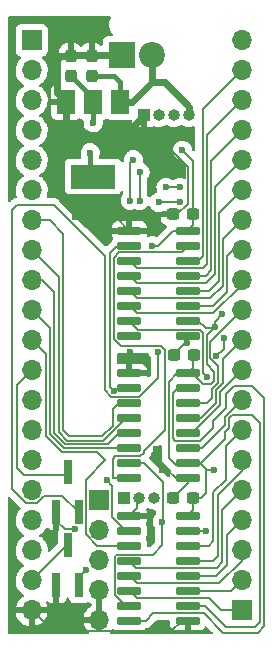
<source format=gbr>
%TF.GenerationSoftware,KiCad,Pcbnew,(6.0.0)*%
%TF.CreationDate,2023-01-28T16:33:02+01:00*%
%TF.ProjectId,MH106Enhanced,4d483130-3645-46e6-9861-6e6365642e6b,1*%
%TF.SameCoordinates,PX5255c88PY54c81a0*%
%TF.FileFunction,Copper,L2,Bot*%
%TF.FilePolarity,Positive*%
%FSLAX46Y46*%
G04 Gerber Fmt 4.6, Leading zero omitted, Abs format (unit mm)*
G04 Created by KiCad (PCBNEW (6.0.0)) date 2023-01-28 16:33:02*
%MOMM*%
%LPD*%
G01*
G04 APERTURE LIST*
G04 Aperture macros list*
%AMRoundRect*
0 Rectangle with rounded corners*
0 $1 Rounding radius*
0 $2 $3 $4 $5 $6 $7 $8 $9 X,Y pos of 4 corners*
0 Add a 4 corners polygon primitive as box body*
4,1,4,$2,$3,$4,$5,$6,$7,$8,$9,$2,$3,0*
0 Add four circle primitives for the rounded corners*
1,1,$1+$1,$2,$3*
1,1,$1+$1,$4,$5*
1,1,$1+$1,$6,$7*
1,1,$1+$1,$8,$9*
0 Add four rect primitives between the rounded corners*
20,1,$1+$1,$2,$3,$4,$5,0*
20,1,$1+$1,$4,$5,$6,$7,0*
20,1,$1+$1,$6,$7,$8,$9,0*
20,1,$1+$1,$8,$9,$2,$3,0*%
G04 Aperture macros list end*
%TA.AperFunction,ComponentPad*%
%ADD10R,1.700000X1.700000*%
%TD*%
%TA.AperFunction,ComponentPad*%
%ADD11O,1.700000X1.700000*%
%TD*%
%TA.AperFunction,ComponentPad*%
%ADD12C,2.200000*%
%TD*%
%TA.AperFunction,ComponentPad*%
%ADD13R,2.200000X2.200000*%
%TD*%
%TA.AperFunction,ComponentPad*%
%ADD14R,1.000000X1.000000*%
%TD*%
%TA.AperFunction,ComponentPad*%
%ADD15O,1.000000X1.000000*%
%TD*%
%TA.AperFunction,SMDPad,CuDef*%
%ADD16RoundRect,0.237500X0.300000X0.237500X-0.300000X0.237500X-0.300000X-0.237500X0.300000X-0.237500X0*%
%TD*%
%TA.AperFunction,SMDPad,CuDef*%
%ADD17RoundRect,0.237500X0.237500X-0.300000X0.237500X0.300000X-0.237500X0.300000X-0.237500X-0.300000X0*%
%TD*%
%TA.AperFunction,SMDPad,CuDef*%
%ADD18RoundRect,0.042000X0.943000X0.258000X-0.943000X0.258000X-0.943000X-0.258000X0.943000X-0.258000X0*%
%TD*%
%TA.AperFunction,SMDPad,CuDef*%
%ADD19R,0.650000X2.000000*%
%TD*%
%TA.AperFunction,SMDPad,CuDef*%
%ADD20R,1.500000X2.000000*%
%TD*%
%TA.AperFunction,SMDPad,CuDef*%
%ADD21R,3.800000X2.000000*%
%TD*%
%TA.AperFunction,ViaPad*%
%ADD22C,0.600000*%
%TD*%
%TA.AperFunction,Conductor*%
%ADD23C,0.200000*%
%TD*%
%TA.AperFunction,Conductor*%
%ADD24C,0.150000*%
%TD*%
%TA.AperFunction,Conductor*%
%ADD25C,0.600000*%
%TD*%
%TA.AperFunction,Conductor*%
%ADD26C,0.400000*%
%TD*%
G04 APERTURE END LIST*
D10*
%TO.P,J6,1,Pin_1*%
%TO.N,+3V3*%
X8305800Y11912600D03*
D11*
%TO.P,J6,2,Pin_2*%
%TO.N,SDA*%
X8305800Y9372600D03*
%TO.P,J6,3,Pin_3*%
%TO.N,SCL*%
X8305800Y6832600D03*
%TO.P,J6,4,Pin_4*%
%TO.N,GND*%
X8305800Y4292600D03*
%TO.P,J6,5,Pin_5*%
X8305800Y1752600D03*
%TD*%
D12*
%TO.P,J3,1,Pin_1*%
%TO.N,5V*%
X12725400Y49530000D03*
D13*
%TO.P,J3,2,Pin_2*%
%TO.N,GND*%
X10185400Y49530000D03*
%TD*%
D14*
%TO.P,J5,1,Pin_1*%
%TO.N,Net-(J5-Pad1)*%
X10390400Y12065000D03*
D15*
%TO.P,J5,2,Pin_2*%
%TO.N,GND*%
X11660400Y12065000D03*
%TO.P,J5,3,Pin_3*%
%TO.N,Net-(J5-Pad3)*%
X12930400Y12065000D03*
%TD*%
D14*
%TO.P,J4,1,Pin_1*%
%TO.N,GND*%
X12090400Y44450000D03*
D15*
%TO.P,J4,2,Pin_2*%
%TO.N,Net-(J4-Pad2)*%
X13360400Y44450000D03*
%TO.P,J4,3,Pin_3*%
%TO.N,Net-(J4-Pad3)*%
X14630400Y44450000D03*
%TO.P,J4,4,Pin_4*%
%TO.N,5V*%
X15900400Y44450000D03*
%TD*%
D16*
%TO.P,C9,1*%
%TO.N,+3V3*%
X16254900Y12065000D03*
%TO.P,C9,2*%
%TO.N,GND*%
X14529900Y12065000D03*
%TD*%
D17*
%TO.P,C6,1*%
%TO.N,+3V3*%
X5867400Y47778500D03*
%TO.P,C6,2*%
%TO.N,GND*%
X5867400Y49503500D03*
%TD*%
D18*
%TO.P,U4,1,VCC*%
%TO.N,+3V3*%
X15784400Y34671000D03*
%TO.P,U4,2,SER_IN*%
%TO.N,Net-(U3-Pad9)*%
X15784400Y33401000D03*
%TO.P,U4,3,DRAIN0*%
%TO.N,~{DMX 8}*%
X15784400Y32131000D03*
%TO.P,U4,4,DRAIN1*%
%TO.N,~{DMX 6}*%
X15784400Y30861000D03*
%TO.P,U4,5,DRAIN2*%
%TO.N,~{DMX 4}*%
X15784400Y29591000D03*
%TO.P,U4,6,DRAIN3*%
%TO.N,~{DMX 2}*%
X15784400Y28321000D03*
%TO.P,U4,7,~{CLR}*%
%TO.N,+3V3*%
X15784400Y27051000D03*
%TO.P,U4,8,~{G}*%
%TO.N,GND*%
X15784400Y25781000D03*
%TO.P,U4,9,SER_OUT*%
%TO.N,unconnected-(U4-Pad9)*%
X10834400Y25781000D03*
%TO.P,U4,10,RCK*%
%TO.N,Shift_RCK*%
X10834400Y27051000D03*
%TO.P,U4,11,DRAIN4*%
%TO.N,~{DMX 1}*%
X10834400Y28321000D03*
%TO.P,U4,12,DRAIN5*%
%TO.N,~{DMX 3}*%
X10834400Y29591000D03*
%TO.P,U4,13,DRAIN6*%
%TO.N,~{DMX 5}*%
X10834400Y30861000D03*
%TO.P,U4,14,DRAIN7*%
%TO.N,~{DMX 7}*%
X10834400Y32131000D03*
%TO.P,U4,15,SRCK*%
%TO.N,Shift_SRCK*%
X10834400Y33401000D03*
%TO.P,U4,16,GND*%
%TO.N,GND*%
X10834400Y34671000D03*
%TD*%
D16*
%TO.P,C10,1*%
%TO.N,+3V3*%
X16331100Y24130000D03*
%TO.P,C10,2*%
%TO.N,GND*%
X14606100Y24130000D03*
%TD*%
D10*
%TO.P,J2,1,Pin_1*%
%TO.N,BCD A{slash}AS 0*%
X20345400Y2540000D03*
D11*
%TO.P,J2,2,Pin_2*%
%TO.N,BCD B{slash}AS 1*%
X20345400Y5080000D03*
%TO.P,J2,3,Pin_3*%
%TO.N,BCD C{slash}AS 2*%
X20345400Y7620000D03*
%TO.P,J2,4,Pin_4*%
%TO.N,BCD D{slash}AS 3*%
X20345400Y10160000D03*
%TO.P,J2,5,Pin_5*%
%TO.N,SEG G{slash}NE{slash}AS 4*%
X20345400Y12700000D03*
%TO.P,J2,6,Pin_6*%
%TO.N,SEG A{slash}SO{slash}AS 5*%
X20345400Y15240000D03*
%TO.P,J2,7,Pin_7*%
%TO.N,SEG F{slash}PA{slash}AS 6*%
X20345400Y17780000D03*
%TO.P,J2,8,Pin_8*%
%TO.N,SEG E{slash}CT{slash}AS 7*%
X20345400Y20320000D03*
%TO.P,J2,9,Pin_9*%
%TO.N,SEG B{slash}ST{slash}AS 8*%
X20345400Y22860000D03*
%TO.P,J2,10,Pin_10*%
%TO.N,SEG C{slash}UT{slash}AS 9*%
X20345400Y25400000D03*
%TO.P,J2,11,Pin_11*%
%TO.N,SEG D{slash}PO{slash}AS 10*%
X20345400Y27940000D03*
%TO.P,J2,12,Pin_12*%
%TO.N,~{DMX 1}*%
X20345400Y30480000D03*
%TO.P,J2,13,Pin_13*%
%TO.N,~{DMX 2}*%
X20345400Y33020000D03*
%TO.P,J2,14,Pin_14*%
%TO.N,~{DMX 3}*%
X20345400Y35560000D03*
%TO.P,J2,15,Pin_15*%
%TO.N,~{DMX 4}*%
X20345400Y38100000D03*
%TO.P,J2,16,Pin_16*%
%TO.N,~{DMX 5}*%
X20345400Y40640000D03*
%TO.P,J2,17,Pin_17*%
%TO.N,~{DMX 6}*%
X20345400Y43180000D03*
%TO.P,J2,18,Pin_18*%
%TO.N,~{DMX 7}*%
X20345400Y45720000D03*
%TO.P,J2,19,Pin_19*%
%TO.N,~{DMX 8}*%
X20345400Y48260000D03*
%TO.P,J2,20,Pin_20*%
%TO.N,ICC 2*%
X20345400Y50800000D03*
%TD*%
D10*
%TO.P,J1,1,Pin_1*%
%TO.N,ICC1*%
X2565400Y50800000D03*
D11*
%TO.P,J1,2,Pin_2*%
%TO.N,Net-(J1-Pad2)*%
X2565400Y48260000D03*
%TO.P,J1,3,Pin_3*%
%TO.N,Net-(J1-Pad3)*%
X2565400Y45720000D03*
%TO.P,J1,4,Pin_4*%
%TO.N,Net-(J1-Pad4)*%
X2565400Y43180000D03*
%TO.P,J1,5,Pin_5*%
%TO.N,Net-(J1-Pad5)*%
X2565400Y40640000D03*
%TO.P,J1,6,Pin_6*%
%TO.N,Net-(J1-Pad6)*%
X2565400Y38100000D03*
%TO.P,J1,7,Pin_7*%
%TO.N,~{LSL}*%
X2565400Y35560000D03*
%TO.P,J1,8,Pin_8*%
%TO.N,~{LSS}*%
X2565400Y33020000D03*
%TO.P,J1,9,Pin_9*%
%TO.N,~{LML}*%
X2565400Y30480000D03*
%TO.P,J1,10,Pin_10*%
%TO.N,~{LMS}*%
X2565400Y27940000D03*
%TO.P,J1,11,Pin_11*%
%TO.N,~{ALARM}*%
X2565400Y25400000D03*
%TO.P,J1,12,Pin_12*%
%TO.N,~{CAL}*%
X2565400Y22860000D03*
%TO.P,J1,13,Pin_13*%
%TO.N,Net-(J1-Pad13)*%
X2565400Y20320000D03*
%TO.P,J1,14,Pin_14*%
%TO.N,Net-(J1-Pad14)*%
X2565400Y17780000D03*
%TO.P,J1,15,Pin_15*%
%TO.N,Net-(J1-Pad15)*%
X2565400Y15240000D03*
%TO.P,J1,16,Pin_16*%
%TO.N,Net-(J1-Pad16)*%
X2565400Y12700000D03*
%TO.P,J1,17,Pin_17*%
%TO.N,Net-(J1-Pad17)*%
X2565400Y10160000D03*
%TO.P,J1,18,Pin_18*%
%TO.N,Net-(J1-Pad18)*%
X2565400Y7620000D03*
%TO.P,J1,19,Pin_19*%
%TO.N,STROBE*%
X2565400Y5080000D03*
%TO.P,J1,20,Pin_20*%
%TO.N,GND*%
X2565400Y2540000D03*
%TD*%
D16*
%TO.P,C11,1*%
%TO.N,+3V3*%
X16254900Y36068000D03*
%TO.P,C11,2*%
%TO.N,GND*%
X14529900Y36068000D03*
%TD*%
D17*
%TO.P,C5,1*%
%TO.N,5V*%
X7645400Y47778500D03*
%TO.P,C5,2*%
%TO.N,GND*%
X7645400Y49503500D03*
%TD*%
D19*
%TO.P,Q2,1,G*%
%TO.N,STROBE out*%
X6563400Y4640000D03*
%TO.P,Q2,2,S*%
%TO.N,GND*%
X4663400Y4640000D03*
%TO.P,Q2,3,D*%
%TO.N,STROBE*%
X5613400Y8060000D03*
%TD*%
%TO.P,Q1,1,G*%
%TO.N,~{CAL} out*%
X6563400Y10863000D03*
%TO.P,Q1,2,S*%
%TO.N,GND*%
X4663400Y10863000D03*
%TO.P,Q1,3,D*%
%TO.N,~{CAL}*%
X5613400Y14283000D03*
%TD*%
D18*
%TO.P,U3,1,VCC*%
%TO.N,+3V3*%
X15784400Y22606000D03*
%TO.P,U3,2,SER_IN*%
%TO.N,Net-(U2-Pad9)*%
X15784400Y21336000D03*
%TO.P,U3,3,DRAIN0*%
%TO.N,SEG D{slash}PO{slash}AS 10*%
X15784400Y20066000D03*
%TO.P,U3,4,DRAIN1*%
%TO.N,SEG C{slash}UT{slash}AS 9*%
X15784400Y18796000D03*
%TO.P,U3,5,DRAIN2*%
%TO.N,SEG B{slash}ST{slash}AS 8*%
X15784400Y17526000D03*
%TO.P,U3,6,DRAIN3*%
%TO.N,SEG E{slash}CT{slash}AS 7*%
X15784400Y16256000D03*
%TO.P,U3,7,~{CLR}*%
%TO.N,+3V3*%
X15784400Y14986000D03*
%TO.P,U3,8,~{G}*%
%TO.N,GND*%
X15784400Y13716000D03*
%TO.P,U3,9,SER_OUT*%
%TO.N,Net-(U3-Pad9)*%
X10834400Y13716000D03*
%TO.P,U3,10,RCK*%
%TO.N,Shift_RCK*%
X10834400Y14986000D03*
%TO.P,U3,11,DRAIN4*%
%TO.N,~{LMS}*%
X10834400Y16256000D03*
%TO.P,U3,12,DRAIN5*%
%TO.N,~{LML}*%
X10834400Y17526000D03*
%TO.P,U3,13,DRAIN6*%
%TO.N,~{LSS}*%
X10834400Y18796000D03*
%TO.P,U3,14,DRAIN7*%
%TO.N,~{LSL}*%
X10834400Y20066000D03*
%TO.P,U3,15,SRCK*%
%TO.N,Shift_SRCK*%
X10834400Y21336000D03*
%TO.P,U3,16,GND*%
%TO.N,GND*%
X10834400Y22606000D03*
%TD*%
%TO.P,U2,1,VCC*%
%TO.N,+3V3*%
X15784400Y10541000D03*
%TO.P,U2,2,SER_IN*%
%TO.N,Shift_Data*%
X15784400Y9271000D03*
%TO.P,U2,3,DRAIN0*%
%TO.N,SEG F{slash}PA{slash}AS 6*%
X15784400Y8001000D03*
%TO.P,U2,4,DRAIN1*%
%TO.N,SEG A{slash}SO{slash}AS 5*%
X15784400Y6731000D03*
%TO.P,U2,5,DRAIN2*%
%TO.N,BCD D{slash}AS 3*%
X15784400Y5461000D03*
%TO.P,U2,6,DRAIN3*%
%TO.N,BCD B{slash}AS 1*%
X15784400Y4191000D03*
%TO.P,U2,7,~{CLR}*%
%TO.N,+3V3*%
X15784400Y2921000D03*
%TO.P,U2,8,~{G}*%
%TO.N,GND*%
X15784400Y1651000D03*
%TO.P,U2,9,SER_OUT*%
%TO.N,Net-(U2-Pad9)*%
X10834400Y1651000D03*
%TO.P,U2,10,RCK*%
%TO.N,Shift_RCK*%
X10834400Y2921000D03*
%TO.P,U2,11,DRAIN4*%
%TO.N,BCD A{slash}AS 0*%
X10834400Y4191000D03*
%TO.P,U2,12,DRAIN5*%
%TO.N,BCD C{slash}AS 2*%
X10834400Y5461000D03*
%TO.P,U2,13,DRAIN6*%
%TO.N,SEG G{slash}NE{slash}AS 4*%
X10834400Y6731000D03*
%TO.P,U2,14,DRAIN7*%
%TO.N,~{ALARM}*%
X10834400Y8001000D03*
%TO.P,U2,15,SRCK*%
%TO.N,Shift_SRCK*%
X10834400Y9271000D03*
%TO.P,U2,16,GND*%
%TO.N,GND*%
X10834400Y10541000D03*
%TD*%
D20*
%TO.P,U5,1,GND*%
%TO.N,GND*%
X5472400Y45568000D03*
%TO.P,U5,2,VO*%
%TO.N,+3V3*%
X7772400Y45568000D03*
D21*
X7772400Y39268000D03*
D20*
%TO.P,U5,3,VI*%
%TO.N,5V*%
X10072400Y45568000D03*
%TD*%
D22*
%TO.N,Shift_RCK*%
X17449800Y22275800D03*
%TO.N,+3V3*%
X18008600Y14452600D03*
%TO.N,GND*%
X13055600Y16179800D03*
X13639800Y14452600D03*
X10907889Y24390900D03*
%TO.N,Shift_SRCK*%
X8940800Y13563600D03*
%TO.N,GND*%
X15729612Y25139081D03*
%TO.N,Shift_RCK*%
X13614400Y10058400D03*
%TO.N,Shift_Data*%
X17297400Y9245600D03*
%TO.N,GND*%
X9423400Y35814000D03*
X6248400Y35814000D03*
X6248400Y9398000D03*
X5994400Y43561000D03*
%TO.N,+1V1*%
X18821400Y25603200D03*
X18211800Y24079200D03*
%TO.N,Shift_SRCK*%
X9550400Y21082000D03*
%TO.N,+3V3*%
X7518400Y41275000D03*
X12725400Y33401000D03*
X15316200Y41478200D03*
X18059400Y26543000D03*
X7772400Y43815000D03*
X18719800Y27609800D03*
%TO.N,QSPI_CSN*%
X11176000Y40690800D03*
X10922000Y37236400D03*
%TO.N,QSPI_SCLK*%
X13944600Y38354000D03*
X15138400Y38354000D03*
%TO.N,QSPI_SD0*%
X13309600Y37084000D03*
X15138400Y37084000D03*
%TO.N,QSPI_SD1*%
X11734800Y39624000D03*
X11709400Y37236400D03*
%TO.N,~{CAL} out*%
X13290420Y24383989D03*
%TO.N,STROBE out*%
X7137400Y5969000D03*
%TD*%
D23*
%TO.N,Shift_RCK*%
X12090400Y14986000D02*
X10834400Y14986000D01*
X13665400Y10109400D02*
X13665400Y13411000D01*
X13665400Y13411000D02*
X12090400Y14986000D01*
X13614400Y10058400D02*
X13665400Y10109400D01*
%TO.N,SEG D{slash}PO{slash}AS 10*%
X18364200Y23182200D02*
X17685289Y23861111D01*
X17685289Y23861111D02*
X17685289Y25279889D01*
X17685289Y25279889D02*
X20345400Y27940000D01*
X18364200Y21802340D02*
X18364200Y23182200D01*
X17859880Y21298020D02*
X18364200Y21802340D01*
X17859880Y20501480D02*
X17859880Y21298020D01*
X17424400Y20066000D02*
X17859880Y20501480D01*
X16038400Y20066000D02*
X17424400Y20066000D01*
D24*
%TO.N,+3V3*%
X17094200Y21717000D02*
X16510000Y22301200D01*
X17729200Y21717000D02*
X17094200Y21717000D01*
X17983200Y21971000D02*
X17729200Y21717000D01*
X17983200Y22758400D02*
X17983200Y21971000D01*
X17371640Y25855240D02*
X17371640Y23369960D01*
X17371640Y23369960D02*
X17983200Y22758400D01*
D23*
%TO.N,SEG C{slash}UT{slash}AS 9*%
X18770600Y23825200D02*
X20345400Y25400000D01*
X18770600Y21746970D02*
X18770600Y23825200D01*
X18186400Y20116800D02*
X18186400Y21162770D01*
X16865600Y18796000D02*
X18186400Y20116800D01*
X16038400Y18796000D02*
X16865600Y18796000D01*
X18186400Y21162770D02*
X18770600Y21746970D01*
D24*
%TO.N,+3V3*%
X18059400Y26543000D02*
X17371640Y25855240D01*
%TO.N,Shift_RCK*%
X16846680Y26282520D02*
X11602880Y26282520D01*
X11602880Y26282520D02*
X10834400Y27051000D01*
X17070120Y22655480D02*
X17070120Y26059080D01*
X17449800Y22275800D02*
X17070120Y22655480D01*
X17070120Y26059080D02*
X16846680Y26282520D01*
D23*
%TO.N,Net-(U3-Pad9)*%
X9499600Y13716000D02*
X10834400Y13716000D01*
X9448800Y13766800D02*
X9499600Y13716000D01*
X9448800Y15392400D02*
X9448800Y13766800D01*
X9652000Y15595600D02*
X9448800Y15392400D01*
X11754744Y15595600D02*
X9652000Y15595600D01*
X12045920Y15886776D02*
X11754744Y15595600D01*
X12045920Y16059120D02*
X12045920Y15886776D01*
X13817600Y17830800D02*
X12045920Y16059120D01*
X13817600Y24601409D02*
X13817600Y17830800D01*
X13501609Y24917400D02*
X13817600Y24601409D01*
X10117256Y24917400D02*
X13501609Y24917400D01*
X9495920Y25538736D02*
X10117256Y24917400D01*
X9495920Y32406720D02*
X9495920Y25538736D01*
X15257880Y32874480D02*
X9963680Y32874480D01*
X9963680Y32874480D02*
X9495920Y32406720D01*
X15784400Y33401000D02*
X15257880Y32874480D01*
D24*
%TO.N,GND*%
X10834400Y24317411D02*
X10834400Y22606000D01*
X10907889Y24390900D02*
X10834400Y24317411D01*
D23*
%TO.N,+3V3*%
X18008600Y14452600D02*
X17322800Y14452600D01*
X17322800Y14452600D02*
X17297400Y14478000D01*
%TO.N,SEG F{slash}PA{slash}AS 6*%
X19024600Y13614400D02*
X19024600Y16459200D01*
X17932400Y12522200D02*
X19024600Y13614400D01*
X17551400Y8001000D02*
X17932400Y8382000D01*
X19024600Y16459200D02*
X20345400Y17780000D01*
X16038400Y8001000D02*
X17551400Y8001000D01*
X17932400Y8382000D02*
X17932400Y12522200D01*
%TO.N,SEG A{slash}SO{slash}AS 5*%
X20345400Y14325600D02*
X20345400Y15240000D01*
X18313400Y7112000D02*
X18313400Y12293600D01*
X17932400Y6731000D02*
X18313400Y7112000D01*
X16038400Y6731000D02*
X17932400Y6731000D01*
X18313400Y12293600D02*
X20345400Y14325600D01*
D24*
%TO.N,GND*%
X14757400Y13716000D02*
X15784400Y13716000D01*
X13639800Y14452600D02*
X14020800Y14452600D01*
X14020800Y14452600D02*
X14757400Y13716000D01*
D23*
%TO.N,Net-(U2-Pad9)*%
X12217400Y1651000D02*
X10834400Y1651000D01*
X12852400Y2286000D02*
X12217400Y1651000D01*
X17145000Y2286000D02*
X12852400Y2286000D01*
X18770600Y660400D02*
X17145000Y2286000D01*
X21742400Y660400D02*
X18770600Y660400D01*
X22275800Y1193800D02*
X21742400Y660400D01*
X22275800Y20497800D02*
X22275800Y1193800D01*
X21209000Y21564600D02*
X22275800Y20497800D01*
X19710400Y21564600D02*
X21209000Y21564600D01*
X18999200Y20853400D02*
X19710400Y21564600D01*
X18999200Y19634200D02*
X18999200Y20853400D01*
X17932400Y18567400D02*
X18999200Y19634200D01*
X17932400Y17983200D02*
X17932400Y18567400D01*
X16814800Y16865600D02*
X17932400Y17983200D01*
X14499720Y17094200D02*
X14728320Y16865600D01*
X14499720Y20900520D02*
X14499720Y17094200D01*
X14935200Y21336000D02*
X14499720Y20900520D01*
X15784400Y21336000D02*
X14935200Y21336000D01*
X14728320Y16865600D02*
X16814800Y16865600D01*
%TO.N,+3V3*%
X16916400Y14986000D02*
X16789400Y14986000D01*
X18948400Y17018000D02*
X16916400Y14986000D01*
X18948400Y17653000D02*
X18948400Y17018000D01*
X19274920Y17979520D02*
X18948400Y17653000D01*
X19274920Y18787750D02*
X19274920Y17979520D01*
X21869400Y18415000D02*
X21234400Y19050000D01*
X21869400Y1524000D02*
X21869400Y18415000D01*
X19537170Y19050000D02*
X19274920Y18787750D01*
X21488400Y1143000D02*
X21869400Y1524000D01*
X21234400Y19050000D02*
X19537170Y19050000D01*
X17221200Y2921000D02*
X18999200Y1143000D01*
X15784400Y2921000D02*
X17221200Y2921000D01*
X18999200Y1143000D02*
X21488400Y1143000D01*
%TO.N,SEG B{slash}ST{slash}AS 8*%
X18512920Y19884520D02*
X18512920Y21027520D01*
X16038400Y17526000D02*
X16154400Y17526000D01*
X16154400Y17526000D02*
X18512920Y19884520D01*
X18512920Y21027520D02*
X20345400Y22860000D01*
%TO.N,+3V3*%
X15657400Y14859000D02*
X15784400Y14986000D01*
X14757400Y14859000D02*
X15657400Y14859000D01*
X14173200Y15443200D02*
X14757400Y14859000D01*
X14173200Y21894800D02*
X14173200Y15443200D01*
X14884400Y22606000D02*
X14173200Y21894800D01*
X15784400Y22606000D02*
X14884400Y22606000D01*
D24*
%TO.N,GND*%
X13055600Y15036800D02*
X13055600Y16179800D01*
X13639800Y14452600D02*
X13055600Y15036800D01*
D23*
%TO.N,Shift_SRCK*%
X9382311Y13096689D02*
X8940800Y13538200D01*
X8940800Y13538200D02*
X8940800Y13563600D01*
X9382311Y10412345D02*
X9382311Y13096689D01*
X10834400Y9271000D02*
X10523656Y9271000D01*
X10523656Y9271000D02*
X9382311Y10412345D01*
%TO.N,GND*%
X15784400Y25193869D02*
X15784400Y25781000D01*
X15729612Y25139081D02*
X15538981Y25139081D01*
X15538981Y25139081D02*
X14529900Y24130000D01*
X15729612Y25139081D02*
X15784400Y25193869D01*
%TO.N,Shift_RCK*%
X10523656Y2921000D02*
X10834400Y2921000D01*
X9622880Y3821776D02*
X10523656Y2921000D01*
X9622880Y7100224D02*
X9622880Y3821776D01*
X12830200Y7257520D02*
X9780176Y7257520D01*
X13614400Y10058400D02*
X13614400Y8041720D01*
X13614400Y8041720D02*
X12830200Y7257520D01*
X9780176Y7257520D02*
X9622880Y7100224D01*
%TO.N,Shift_Data*%
X15809800Y9245600D02*
X15784400Y9271000D01*
X17297400Y9245600D02*
X15809800Y9245600D01*
%TO.N,~{ALARM}*%
X8102600Y8001000D02*
X10834400Y8001000D01*
X7137400Y8966200D02*
X8102600Y8001000D01*
X7137400Y13589000D02*
X7137400Y8966200D01*
X8098920Y15929480D02*
X8788400Y15240000D01*
X8788400Y15240000D02*
X7137400Y13589000D01*
X3762880Y24202520D02*
X3762880Y17309980D01*
X3762880Y17309980D02*
X5143380Y15929480D01*
X5143380Y15929480D02*
X8098920Y15929480D01*
X2565400Y25400000D02*
X3762880Y24202520D01*
%TO.N,GND*%
X8407400Y1066800D02*
X8102600Y762000D01*
X8407400Y4262200D02*
X8407400Y1066800D01*
X8382000Y4287600D02*
X8407400Y4262200D01*
%TO.N,~{LSL}*%
X5232400Y34417000D02*
X4089400Y35560000D01*
X5232400Y17780000D02*
X5232400Y34417000D01*
X5742143Y17270257D02*
X5232400Y17780000D01*
X10834400Y20066000D02*
X9931400Y20066000D01*
X8536143Y17270257D02*
X5742143Y17270257D01*
X9423400Y18157514D02*
X8536143Y17270257D01*
X4089400Y35560000D02*
X2565400Y35560000D01*
X9423400Y19558000D02*
X9423400Y18157514D01*
X9931400Y20066000D02*
X9423400Y19558000D01*
%TO.N,~{LSS}*%
X10523656Y18796000D02*
X8636696Y16909040D01*
X4851400Y30734000D02*
X2565400Y33020000D01*
X10834400Y18796000D02*
X10523656Y18796000D01*
X4851400Y17653000D02*
X4851400Y30734000D01*
X5595360Y16909040D02*
X4851400Y17653000D01*
X8636696Y16909040D02*
X5595360Y16909040D01*
%TO.N,~{LML}*%
X4470400Y17526000D02*
X4470400Y29464000D01*
X9931400Y17526000D02*
X8987920Y16582520D01*
X8987920Y16582520D02*
X5413880Y16582520D01*
X4470400Y29464000D02*
X3454400Y30480000D01*
X10834400Y17526000D02*
X9931400Y17526000D01*
X5413880Y16582520D02*
X4470400Y17526000D01*
X3454400Y30480000D02*
X2565400Y30480000D01*
%TO.N,~{LMS}*%
X5278630Y16256000D02*
X4089400Y17445230D01*
X4089400Y26416000D02*
X2565400Y27940000D01*
X10834400Y16256000D02*
X5278630Y16256000D01*
X4089400Y17445230D02*
X4089400Y26416000D01*
%TO.N,~{CAL}*%
X2565400Y22860000D02*
X1295400Y21590000D01*
X5427400Y13970000D02*
X5613400Y14156000D01*
X1295400Y14605000D02*
X1930400Y13970000D01*
X1930400Y13970000D02*
X5427400Y13970000D01*
X1295400Y21590000D02*
X1295400Y14605000D01*
%TO.N,STROBE*%
X2565400Y5080000D02*
X5545400Y8060000D01*
X5545400Y8060000D02*
X5613400Y8060000D01*
D25*
%TO.N,GND*%
X5078900Y49503500D02*
X4724400Y49149000D01*
D23*
X14529900Y36068000D02*
X14867000Y36068000D01*
D25*
X6121400Y49503500D02*
X5078900Y49503500D01*
X5994400Y43561000D02*
X6756400Y42799000D01*
D23*
X4663400Y4640000D02*
X4663400Y3114000D01*
X9691400Y35814000D02*
X10834400Y34671000D01*
X13055600Y42799000D02*
X10439400Y42799000D01*
X14376400Y762000D02*
X8102600Y762000D01*
X8102600Y762000D02*
X4343400Y762000D01*
X10834400Y10541000D02*
X11455400Y11162000D01*
X15265400Y1651000D02*
X14376400Y762000D01*
D25*
X6756400Y42799000D02*
X10439400Y42799000D01*
D23*
X15773400Y36974400D02*
X15773400Y40081200D01*
X9423400Y35814000D02*
X6248400Y35814000D01*
D25*
X10185400Y49530000D02*
X6147900Y49530000D01*
D23*
X14867000Y36068000D02*
X15773400Y36974400D01*
X11455400Y11162000D02*
X11455400Y12065000D01*
X5359400Y9398000D02*
X6248400Y9398000D01*
X14529900Y12065000D02*
X15784400Y13319500D01*
X4663400Y3114000D02*
X4089400Y2540000D01*
D25*
X5472400Y44083000D02*
X5994400Y43561000D01*
X10439400Y42799000D02*
X12090400Y44450000D01*
X4724400Y46316000D02*
X5472400Y45568000D01*
X6147900Y49530000D02*
X6121400Y49503500D01*
D23*
X4663400Y10863000D02*
X4663400Y10094000D01*
X4089400Y2540000D02*
X2565400Y2540000D01*
X15784400Y13319500D02*
X15784400Y13716000D01*
X4663400Y10094000D02*
X5359400Y9398000D01*
X15773400Y40081200D02*
X13055600Y42799000D01*
D25*
X5472400Y45568000D02*
X5472400Y44083000D01*
D23*
X4343400Y762000D02*
X2565400Y2540000D01*
X9423400Y35814000D02*
X9691400Y35814000D01*
X15784400Y1651000D02*
X15265400Y1651000D01*
D25*
X4724400Y49149000D02*
X4724400Y46316000D01*
D23*
%TO.N,BCD A{slash}AS 0*%
X20345400Y2540000D02*
X18567400Y2540000D01*
X18567400Y2540000D02*
X17551400Y3556000D01*
X11469400Y3556000D02*
X10834400Y4191000D01*
X17551400Y3556000D02*
X11469400Y3556000D01*
%TO.N,BCD B{slash}AS 1*%
X16038400Y4191000D02*
X19456400Y4191000D01*
X19456400Y4191000D02*
X20345400Y5080000D01*
%TO.N,BCD D{slash}AS 3*%
X18186400Y5461000D02*
X19075400Y6350000D01*
X16038400Y5461000D02*
X18186400Y5461000D01*
X19075400Y6350000D02*
X19075400Y8890000D01*
X19075400Y8890000D02*
X20345400Y10160000D01*
%TO.N,SEG G{slash}NE{slash}AS 4*%
X18694400Y6604000D02*
X18237200Y6146800D01*
X20345400Y12700000D02*
X18694400Y11049000D01*
X11418600Y6146800D02*
X10834400Y6731000D01*
X18237200Y6146800D02*
X11418600Y6146800D01*
X18694400Y11049000D02*
X18694400Y6604000D01*
%TO.N,SEG E{slash}CT{slash}AS 7*%
X18948400Y18211800D02*
X18948400Y18923000D01*
X18948400Y18923000D02*
X20345400Y20320000D01*
X16992600Y16256000D02*
X18948400Y18211800D01*
X16038400Y16256000D02*
X16992600Y16256000D01*
%TO.N,~{DMX 1}*%
X20345400Y30480000D02*
X20345400Y30124400D01*
X11469400Y27686000D02*
X10834400Y28321000D01*
X17907000Y27686000D02*
X11469400Y27686000D01*
X20345400Y30124400D02*
X17907000Y27686000D01*
%TO.N,~{DMX 2}*%
X16038400Y28321000D02*
X17932400Y28321000D01*
X19075400Y29464000D02*
X19075400Y32512000D01*
X19583400Y33020000D02*
X20345400Y33020000D01*
X17932400Y28321000D02*
X19075400Y29464000D01*
X19075400Y32512000D02*
X19583400Y33020000D01*
%TO.N,~{DMX 3}*%
X18748880Y30026480D02*
X17678400Y28956000D01*
X11469400Y28956000D02*
X10834400Y29591000D01*
X17678400Y28956000D02*
X11469400Y28956000D01*
X20345400Y35560000D02*
X18748880Y33963480D01*
X18748880Y33963480D02*
X18748880Y30026480D01*
%TO.N,~{DMX 4}*%
X16038400Y29591000D02*
X17551400Y29591000D01*
X17551400Y29591000D02*
X18422360Y30461960D01*
X18422360Y36176960D02*
X20345400Y38100000D01*
X18422360Y30461960D02*
X18422360Y36176960D01*
%TO.N,~{DMX 5}*%
X18095840Y31024440D02*
X17297400Y30226000D01*
X18095840Y38390440D02*
X18095840Y31024440D01*
X17297400Y30226000D02*
X11469400Y30226000D01*
X11469400Y30226000D02*
X10834400Y30861000D01*
X20345400Y40640000D02*
X18095840Y38390440D01*
%TO.N,~{DMX 6}*%
X17769320Y40603920D02*
X20345400Y43180000D01*
X17297400Y30861000D02*
X17769320Y31332920D01*
X16038400Y30861000D02*
X17297400Y30861000D01*
X17769320Y31332920D02*
X17769320Y40603920D01*
%TO.N,~{DMX 7}*%
X17442800Y31895400D02*
X17442800Y42817400D01*
X17043400Y31496000D02*
X17442800Y31895400D01*
X10834400Y32131000D02*
X11469400Y31496000D01*
X11469400Y31496000D02*
X17043400Y31496000D01*
X17442800Y42817400D02*
X20345400Y45720000D01*
%TO.N,~{DMX 8}*%
X15784400Y32131000D02*
X16662400Y32131000D01*
X17043400Y44958000D02*
X20345400Y48260000D01*
X16662400Y32131000D02*
X17043400Y32512000D01*
X17043400Y32512000D02*
X17043400Y44958000D01*
D24*
%TO.N,+1V1*%
X18821400Y24688800D02*
X18211800Y24079200D01*
X18821400Y25603200D02*
X18821400Y24688800D01*
D23*
%TO.N,Shift_SRCK*%
X9804400Y21336000D02*
X9550400Y21082000D01*
X9169400Y21463000D02*
X9550400Y21082000D01*
X9169400Y32766000D02*
X9169400Y21463000D01*
X10834400Y33401000D02*
X9804400Y33401000D01*
X9804400Y33401000D02*
X9169400Y32766000D01*
X10834400Y21336000D02*
X9804400Y21336000D01*
%TO.N,BCD C{slash}AS 2*%
X20345400Y7620000D02*
X20345400Y6731000D01*
X11469400Y4826000D02*
X10834400Y5461000D01*
X18440400Y4826000D02*
X11469400Y4826000D01*
X20345400Y6731000D02*
X18440400Y4826000D01*
D25*
%TO.N,5V*%
X12725400Y47244000D02*
X13813506Y47244000D01*
D26*
X7645400Y47778500D02*
X9523900Y47778500D01*
D25*
X11049400Y45568000D02*
X10072400Y45568000D01*
D26*
X10072400Y47230000D02*
X10072400Y45568000D01*
X9523900Y47778500D02*
X10072400Y47230000D01*
D25*
X13813506Y47244000D02*
X15900400Y45157106D01*
X12725400Y49530000D02*
X12725400Y47244000D01*
X15900400Y45157106D02*
X15900400Y44450000D01*
X12725400Y47244000D02*
X11049400Y45568000D01*
D26*
%TO.N,+3V3*%
X7772400Y45873500D02*
X5867400Y47778500D01*
D23*
X15784400Y14986000D02*
X16789400Y14986000D01*
X17932400Y26416000D02*
X18059400Y26543000D01*
X16254900Y11011500D02*
X15784400Y10541000D01*
X12725400Y33401000D02*
X13284200Y33401000D01*
X17297400Y12446000D02*
X16916400Y12065000D01*
X16662400Y27051000D02*
X17297400Y26416000D01*
X15784400Y27051000D02*
X16662400Y27051000D01*
X16254900Y12065000D02*
X16254900Y11011500D01*
X16254900Y35141500D02*
X15784400Y34671000D01*
D26*
X7518400Y41275000D02*
X7518400Y39522000D01*
D23*
X16254900Y36068000D02*
X16254900Y35141500D01*
X16789400Y14986000D02*
X17297400Y14478000D01*
X16254900Y40539500D02*
X15316200Y41478200D01*
X16254900Y36068000D02*
X16254900Y40539500D01*
D26*
X7518400Y39522000D02*
X7772400Y39268000D01*
D23*
X17297400Y26416000D02*
X17932400Y26416000D01*
D26*
X7772400Y45568000D02*
X7772400Y45873500D01*
D23*
X16254900Y23076500D02*
X15784400Y22606000D01*
X14554200Y34671000D02*
X15784400Y34671000D01*
X18059400Y26543000D02*
X18059400Y26949400D01*
X13284200Y33401000D02*
X14554200Y34671000D01*
X17297400Y14478000D02*
X17297400Y12446000D01*
D26*
X7772400Y45568000D02*
X7772400Y43815000D01*
D23*
X16916400Y12065000D02*
X16254900Y12065000D01*
X18059400Y26949400D02*
X18719800Y27609800D01*
X16254900Y24130000D02*
X16254900Y23076500D01*
D24*
%TO.N,QSPI_CSN*%
X10922000Y37236400D02*
X10922000Y40436800D01*
X10922000Y40436800D02*
X11176000Y40690800D01*
%TO.N,QSPI_SCLK*%
X15138400Y38354000D02*
X13970000Y38354000D01*
%TO.N,QSPI_SD0*%
X15138400Y37084000D02*
X13309600Y37084000D01*
%TO.N,QSPI_SD1*%
X11709400Y37236400D02*
X11709400Y39598600D01*
X11709400Y39598600D02*
X11734800Y39624000D01*
D23*
%TO.N,~{CAL} out*%
X8737600Y32537400D02*
X8737600Y23368000D01*
X1295400Y36830000D02*
X4445000Y36830000D01*
D24*
X9315311Y20580489D02*
X8737600Y21158200D01*
D23*
X914400Y36449000D02*
X1295400Y36830000D01*
X3011307Y11623489D02*
X2119493Y11623489D01*
D24*
X8737600Y21158200D02*
X8737600Y23368000D01*
D23*
X4445000Y36830000D02*
X8737600Y32537400D01*
D24*
X13290420Y24383989D02*
X13290420Y22246631D01*
D23*
X6563400Y10863000D02*
X5172307Y12254093D01*
D24*
X11624278Y20580489D02*
X9315311Y20580489D01*
D23*
X2119493Y11623489D02*
X914400Y12828582D01*
X914400Y12828582D02*
X914400Y36449000D01*
X3641911Y12254093D02*
X3011307Y11623489D01*
D24*
X13290420Y22246631D02*
X11624278Y20580489D01*
D23*
X5172307Y12254093D02*
X3641911Y12254093D01*
%TO.N,STROBE out*%
X6563400Y4640000D02*
X6563400Y5395000D01*
X6563400Y5395000D02*
X7137400Y5969000D01*
%TD*%
%TA.AperFunction,Conductor*%
%TO.N,GND*%
G36*
X741912Y12140067D02*
G01*
X748495Y12133938D01*
X1594135Y11288298D01*
X1628161Y11225986D01*
X1623096Y11155171D01*
X1596134Y11112152D01*
X1562699Y11077164D01*
X1506029Y11017862D01*
X1380143Y10833320D01*
X1335489Y10737121D01*
X1303869Y10669000D01*
X1286088Y10630695D01*
X1226389Y10415430D01*
X1202651Y10193305D01*
X1202948Y10188152D01*
X1202948Y10188149D01*
X1210527Y10056713D01*
X1215510Y9970285D01*
X1216647Y9965239D01*
X1216648Y9965233D01*
X1235281Y9882556D01*
X1264622Y9752361D01*
X1316220Y9625290D01*
X1342023Y9561745D01*
X1348666Y9545384D01*
X1372019Y9507275D01*
X1461721Y9360895D01*
X1465387Y9354912D01*
X1611650Y9186062D01*
X1783526Y9043368D01*
X1842727Y9008774D01*
X1856845Y9000524D01*
X1905569Y8948886D01*
X1918640Y8879103D01*
X1891909Y8813331D01*
X1851455Y8779973D01*
X1839007Y8773493D01*
X1834874Y8770390D01*
X1834871Y8770388D01*
X1664500Y8642470D01*
X1660365Y8639365D01*
X1656793Y8635627D01*
X1549927Y8523798D01*
X1506029Y8477862D01*
X1503115Y8473590D01*
X1503114Y8473589D01*
X1447149Y8391547D01*
X1380143Y8293320D01*
X1286088Y8090695D01*
X1226389Y7875430D01*
X1202651Y7653305D01*
X1202948Y7648152D01*
X1202948Y7648149D01*
X1212747Y7478202D01*
X1215510Y7430285D01*
X1216647Y7425239D01*
X1216648Y7425233D01*
X1237675Y7331931D01*
X1264622Y7212361D01*
X1304763Y7113506D01*
X1339490Y7027983D01*
X1348666Y7005384D01*
X1351365Y7000980D01*
X1456780Y6828958D01*
X1465387Y6814912D01*
X1611650Y6646062D01*
X1783526Y6503368D01*
X1817990Y6483229D01*
X1856845Y6460524D01*
X1905569Y6408886D01*
X1918640Y6339103D01*
X1891909Y6273331D01*
X1851455Y6239973D01*
X1839007Y6233493D01*
X1834874Y6230390D01*
X1834871Y6230388D01*
X1664500Y6102470D01*
X1660365Y6099365D01*
X1506029Y5937862D01*
X1503115Y5933590D01*
X1503114Y5933589D01*
X1465231Y5878054D01*
X1380143Y5753320D01*
X1337616Y5661704D01*
X1291998Y5563426D01*
X1286088Y5550695D01*
X1226389Y5335430D01*
X1202651Y5113305D01*
X1215510Y4890285D01*
X1216647Y4885239D01*
X1216648Y4885233D01*
X1237675Y4791931D01*
X1264622Y4672361D01*
X1348666Y4465384D01*
X1465387Y4274912D01*
X1611650Y4106062D01*
X1783526Y3963368D01*
X1857355Y3920226D01*
X1906079Y3868588D01*
X1919150Y3798805D01*
X1892419Y3733033D01*
X1851962Y3699673D01*
X1843857Y3695454D01*
X1835138Y3689964D01*
X1664833Y3562095D01*
X1657126Y3555252D01*
X1509990Y3401283D01*
X1503504Y3393273D01*
X1383498Y3217351D01*
X1378400Y3208377D01*
X1288738Y3015217D01*
X1285175Y3005530D01*
X1229789Y2805817D01*
X1231312Y2797393D01*
X1243692Y2794000D01*
X3883744Y2794000D01*
X3897275Y2797973D01*
X3898580Y2807053D01*
X3856614Y2974125D01*
X3853294Y2983876D01*
X3794920Y3118130D01*
X3786101Y3188577D01*
X3816767Y3252609D01*
X3877184Y3289896D01*
X3948169Y3288600D01*
X3986035Y3269198D01*
X4084752Y3195214D01*
X4100346Y3186676D01*
X4220794Y3141522D01*
X4236049Y3137895D01*
X4286914Y3132369D01*
X4293728Y3132000D01*
X4391285Y3132000D01*
X4406524Y3136475D01*
X4407729Y3137865D01*
X4409400Y3145548D01*
X4409400Y4768000D01*
X4429402Y4836121D01*
X4483058Y4882614D01*
X4535400Y4894000D01*
X4791400Y4894000D01*
X4859521Y4873998D01*
X4906014Y4820342D01*
X4917400Y4768000D01*
X4917400Y3150116D01*
X4921875Y3134877D01*
X4923265Y3133672D01*
X4930948Y3132001D01*
X5033069Y3132001D01*
X5039890Y3132371D01*
X5090752Y3137895D01*
X5106004Y3141521D01*
X5226454Y3186676D01*
X5242049Y3195214D01*
X5344124Y3271715D01*
X5356685Y3284276D01*
X5433186Y3386351D01*
X5441724Y3401946D01*
X5486880Y3522398D01*
X5490559Y3537871D01*
X5525778Y3599516D01*
X5588733Y3632335D01*
X5659438Y3625908D01*
X5715444Y3582275D01*
X5735724Y3537866D01*
X5735802Y3537539D01*
X5736655Y3529684D01*
X5787785Y3393295D01*
X5875139Y3276739D01*
X5991695Y3189385D01*
X6128084Y3138255D01*
X6190266Y3131500D01*
X6936534Y3131500D01*
X6998716Y3138255D01*
X7135105Y3189385D01*
X7251661Y3276739D01*
X7253938Y3273701D01*
X7300577Y3299168D01*
X7371392Y3294103D01*
X7407845Y3272991D01*
X7520234Y3179684D01*
X7528681Y3173769D01*
X7598279Y3133099D01*
X7647003Y3081460D01*
X7660074Y3011677D01*
X7633343Y2945906D01*
X7592887Y2912547D01*
X7584262Y2908058D01*
X7575538Y2902564D01*
X7405233Y2774695D01*
X7397526Y2767852D01*
X7250390Y2613883D01*
X7243904Y2605873D01*
X7123898Y2429951D01*
X7118800Y2420977D01*
X7029138Y2227817D01*
X7025575Y2218130D01*
X6970189Y2018417D01*
X6971712Y2009993D01*
X6984092Y2006600D01*
X8033685Y2006600D01*
X8048924Y2011075D01*
X8050129Y2012465D01*
X8051800Y2020148D01*
X8051800Y4420600D01*
X8071802Y4488721D01*
X8125458Y4535214D01*
X8177800Y4546600D01*
X8433800Y4546600D01*
X8501921Y4526598D01*
X8548414Y4472942D01*
X8559800Y4420600D01*
X8559800Y1624600D01*
X8539798Y1556479D01*
X8486142Y1509986D01*
X8433800Y1498600D01*
X6989025Y1498600D01*
X6975494Y1494627D01*
X6974057Y1484634D01*
X7004365Y1350154D01*
X7007445Y1340325D01*
X7087570Y1142997D01*
X7092213Y1133806D01*
X7203494Y952212D01*
X7209577Y943901D01*
X7349013Y782933D01*
X7356380Y775717D01*
X7410310Y730944D01*
X7449945Y672041D01*
X7451443Y601061D01*
X7414328Y540538D01*
X7350384Y509689D01*
X7329825Y508000D01*
X659400Y508000D01*
X591279Y528002D01*
X544786Y581658D01*
X533400Y634000D01*
X533400Y2272034D01*
X1233657Y2272034D01*
X1263965Y2137554D01*
X1267045Y2127725D01*
X1347170Y1930397D01*
X1351813Y1921206D01*
X1463094Y1739612D01*
X1469177Y1731301D01*
X1608613Y1570333D01*
X1615980Y1563117D01*
X1779834Y1427084D01*
X1788281Y1421169D01*
X1972156Y1313721D01*
X1981442Y1309271D01*
X2180401Y1233297D01*
X2190299Y1230421D01*
X2293650Y1209394D01*
X2307699Y1210590D01*
X2311400Y1220935D01*
X2311400Y1221483D01*
X2819400Y1221483D01*
X2823464Y1207641D01*
X2836878Y1205607D01*
X2843584Y1206466D01*
X2853662Y1208608D01*
X3057655Y1269809D01*
X3067242Y1273567D01*
X3258495Y1367261D01*
X3267345Y1372536D01*
X3440728Y1496208D01*
X3448600Y1502861D01*
X3599452Y1653188D01*
X3606130Y1661035D01*
X3730403Y1833980D01*
X3735713Y1842817D01*
X3830070Y2033733D01*
X3833869Y2043328D01*
X3895777Y2247090D01*
X3897955Y2257163D01*
X3899386Y2268038D01*
X3897175Y2282222D01*
X3884017Y2286000D01*
X2837515Y2286000D01*
X2822276Y2281525D01*
X2821071Y2280135D01*
X2819400Y2272452D01*
X2819400Y1221483D01*
X2311400Y1221483D01*
X2311400Y2267885D01*
X2306925Y2283124D01*
X2305535Y2284329D01*
X2297852Y2286000D01*
X1248625Y2286000D01*
X1235094Y2282027D01*
X1233657Y2272034D01*
X533400Y2272034D01*
X533400Y12044843D01*
X553402Y12112964D01*
X607058Y12159457D01*
X677332Y12169561D01*
X741912Y12140067D01*
G37*
%TD.AperFunction*%
%TA.AperFunction,Conductor*%
G36*
X14233521Y1657498D02*
G01*
X14280014Y1603842D01*
X14291400Y1551500D01*
X14291400Y1354057D01*
X14291856Y1346502D01*
X14301281Y1268612D01*
X14305234Y1253047D01*
X14354565Y1128451D01*
X14362922Y1113620D01*
X14443643Y1007275D01*
X14455675Y995243D01*
X14562020Y914522D01*
X14576851Y906165D01*
X14701447Y856834D01*
X14717012Y852881D01*
X14794902Y843456D01*
X14802457Y843000D01*
X15512285Y843000D01*
X15527524Y847475D01*
X15528729Y848865D01*
X15530400Y856548D01*
X15530400Y1551500D01*
X15550402Y1619621D01*
X15604058Y1666114D01*
X15656400Y1677500D01*
X15912400Y1677500D01*
X15980521Y1657498D01*
X16027014Y1603842D01*
X16038400Y1551500D01*
X16038400Y861115D01*
X16042875Y845876D01*
X16044265Y844671D01*
X16051948Y843000D01*
X16766343Y843000D01*
X16773898Y843456D01*
X16851788Y852881D01*
X16867353Y856834D01*
X16991949Y906165D01*
X17006780Y914522D01*
X17113125Y995243D01*
X17125157Y1007275D01*
X17205878Y1113619D01*
X17214833Y1129512D01*
X17265701Y1179040D01*
X17335270Y1193204D01*
X17401453Y1167508D01*
X17413700Y1156751D01*
X17847356Y723095D01*
X17881382Y660783D01*
X17876317Y589968D01*
X17833770Y533132D01*
X17767250Y508321D01*
X17758261Y508000D01*
X9285756Y508000D01*
X9217635Y528002D01*
X9171142Y581658D01*
X9161038Y651932D01*
X9190532Y716512D01*
X9196816Y723250D01*
X9339851Y865787D01*
X9346528Y873632D01*
X9383471Y925045D01*
X9439466Y968693D01*
X9510169Y975139D01*
X9561974Y951881D01*
X9611772Y914082D01*
X9611775Y914080D01*
X9618617Y908887D01*
X9682232Y883700D01*
X9751323Y856345D01*
X9751325Y856344D01*
X9758853Y853364D01*
X9848628Y842500D01*
X11820172Y842500D01*
X11909947Y853364D01*
X11917475Y856344D01*
X11917477Y856345D01*
X11986568Y883700D01*
X12050183Y908887D01*
X12128974Y968693D01*
X12163481Y994885D01*
X12163483Y994887D01*
X12170322Y1000078D01*
X12174534Y1005627D01*
X12236158Y1039279D01*
X12246490Y1041080D01*
X12257280Y1042500D01*
X12257285Y1042500D01*
X12257313Y1042504D01*
X12257316Y1042504D01*
X12356857Y1055609D01*
X12368064Y1057084D01*
X12368066Y1057085D01*
X12376251Y1058162D01*
X12524276Y1119476D01*
X12535973Y1128451D01*
X12619472Y1192523D01*
X12619475Y1192526D01*
X12640433Y1208608D01*
X12651387Y1217013D01*
X12656417Y1223568D01*
X12670852Y1242379D01*
X12681719Y1254770D01*
X13067544Y1640595D01*
X13129856Y1674621D01*
X13156639Y1677500D01*
X14165400Y1677500D01*
X14233521Y1657498D01*
G37*
%TD.AperFunction*%
%TA.AperFunction,Conductor*%
G36*
X4859521Y11096998D02*
G01*
X4906014Y11043342D01*
X4917400Y10991000D01*
X4917400Y9454910D01*
X4897398Y9386789D01*
X4892229Y9379350D01*
X4837785Y9306705D01*
X4786655Y9170316D01*
X4779900Y9108134D01*
X4779900Y8207239D01*
X4759898Y8139118D01*
X4742995Y8118144D01*
X4143386Y7518535D01*
X4081074Y7484509D01*
X4010259Y7489574D01*
X3953423Y7532121D01*
X3928612Y7598641D01*
X3928329Y7610707D01*
X3928474Y7616634D01*
X3928474Y7616639D01*
X3928556Y7620000D01*
X3910252Y7842639D01*
X3855831Y8059298D01*
X3766754Y8264160D01*
X3645414Y8451723D01*
X3495070Y8616949D01*
X3491019Y8620148D01*
X3491015Y8620152D01*
X3323814Y8752200D01*
X3323810Y8752202D01*
X3319759Y8755402D01*
X3278453Y8778204D01*
X3228484Y8828636D01*
X3213712Y8898079D01*
X3238828Y8964484D01*
X3266180Y8991091D01*
X3314361Y9025458D01*
X3445260Y9118827D01*
X3603496Y9276511D01*
X3625193Y9306705D01*
X3730835Y9453723D01*
X3733853Y9457923D01*
X3751606Y9493845D01*
X3799719Y9546051D01*
X3868420Y9563958D01*
X3935897Y9541880D01*
X3965390Y9513581D01*
X3970116Y9507275D01*
X3982676Y9494715D01*
X4084751Y9418214D01*
X4100346Y9409676D01*
X4220794Y9364522D01*
X4236049Y9360895D01*
X4286914Y9355369D01*
X4293728Y9355000D01*
X4391285Y9355000D01*
X4406524Y9359475D01*
X4407729Y9360865D01*
X4409400Y9368548D01*
X4409400Y10991000D01*
X4429402Y11059121D01*
X4483058Y11105614D01*
X4535400Y11117000D01*
X4791400Y11117000D01*
X4859521Y11096998D01*
G37*
%TD.AperFunction*%
%TA.AperFunction,Conductor*%
G36*
X12442273Y11180293D02*
G01*
X12462080Y11171369D01*
X12519311Y11139384D01*
X12519315Y11139382D01*
X12524694Y11136376D01*
X12712792Y11075260D01*
X12909177Y11051842D01*
X12915313Y11052314D01*
X12915320Y11052314D01*
X12921230Y11052769D01*
X12990685Y11038054D01*
X13041158Y10988125D01*
X13056900Y10927141D01*
X13056900Y10697088D01*
X13036898Y10628967D01*
X13019058Y10607065D01*
X12983893Y10572629D01*
X12885635Y10420162D01*
X12883226Y10413542D01*
X12883224Y10413539D01*
X12836121Y10284124D01*
X12823597Y10249715D01*
X12800863Y10069760D01*
X12818563Y9889240D01*
X12875818Y9717127D01*
X12879465Y9711105D01*
X12879466Y9711103D01*
X12966130Y9568002D01*
X12966133Y9567999D01*
X12969780Y9561976D01*
X12974675Y9556908D01*
X12978971Y9551329D01*
X12976643Y9549536D01*
X13003471Y9498285D01*
X13005900Y9473666D01*
X13005900Y8345959D01*
X12985898Y8277838D01*
X12968995Y8256864D01*
X12615056Y7902925D01*
X12552744Y7868899D01*
X12525961Y7866020D01*
X12453900Y7866020D01*
X12385779Y7886022D01*
X12339286Y7939678D01*
X12327900Y7992020D01*
X12327900Y8301772D01*
X12317036Y8391547D01*
X12261513Y8531783D01*
X12240231Y8559821D01*
X12214978Y8626174D01*
X12229606Y8695647D01*
X12240231Y8712179D01*
X12256321Y8733377D01*
X12261513Y8740217D01*
X12317036Y8880453D01*
X12327900Y8970228D01*
X12327900Y9571772D01*
X12317036Y9661547D01*
X12261513Y9801783D01*
X12256323Y9808621D01*
X12256321Y9808624D01*
X12239917Y9830235D01*
X12214664Y9896589D01*
X12229293Y9966062D01*
X12239918Y9982595D01*
X12255880Y10003624D01*
X12264235Y10018451D01*
X12313566Y10143047D01*
X12317519Y10158612D01*
X12326944Y10236502D01*
X12327400Y10244057D01*
X12327400Y10268885D01*
X12322925Y10284124D01*
X12321535Y10285329D01*
X12313852Y10287000D01*
X10706400Y10287000D01*
X10638279Y10307002D01*
X10591786Y10360658D01*
X10580400Y10413000D01*
X10580400Y10669000D01*
X10600402Y10737121D01*
X10654058Y10783614D01*
X10706400Y10795000D01*
X12309285Y10795000D01*
X12324524Y10799475D01*
X12325729Y10800865D01*
X12327400Y10808548D01*
X12327400Y10837943D01*
X12326944Y10845498D01*
X12317519Y10923388D01*
X12313566Y10938953D01*
X12283458Y11014997D01*
X12276979Y11085697D01*
X12309751Y11148677D01*
X12371370Y11183941D01*
X12442273Y11180293D01*
G37*
%TD.AperFunction*%
%TA.AperFunction,Conductor*%
G36*
X13482732Y16531217D02*
G01*
X13539568Y16488670D01*
X13564379Y16422150D01*
X13564700Y16413161D01*
X13564700Y15491336D01*
X13563622Y15474893D01*
X13559450Y15443200D01*
X13564700Y15403320D01*
X13564700Y15403315D01*
X13566017Y15393316D01*
X13571028Y15355255D01*
X13571028Y15355252D01*
X13577039Y15309594D01*
X13580362Y15284349D01*
X13641676Y15136324D01*
X13646703Y15129773D01*
X13646704Y15129771D01*
X13714720Y15041131D01*
X13714726Y15041125D01*
X13739213Y15009213D01*
X13745768Y15004183D01*
X13764579Y14989748D01*
X13776970Y14978881D01*
X14293085Y14462766D01*
X14303952Y14450375D01*
X14323413Y14425013D01*
X14331770Y14418600D01*
X14332908Y14417042D01*
X14335804Y14414146D01*
X14335353Y14413695D01*
X14373637Y14361265D01*
X14377861Y14290395D01*
X14364839Y14256782D01*
X14354565Y14238549D01*
X14305234Y14113953D01*
X14301281Y14098388D01*
X14291856Y14020498D01*
X14291400Y14012943D01*
X14291400Y13953153D01*
X14271398Y13885032D01*
X14217742Y13838539D01*
X14147468Y13828435D01*
X14088694Y13853192D01*
X14074019Y13864453D01*
X14061630Y13875319D01*
X12559889Y15377060D01*
X12525863Y15439372D01*
X12530928Y15510187D01*
X12549021Y15542858D01*
X12572416Y15573347D01*
X12572417Y15573349D01*
X12577444Y15579900D01*
X12638758Y15727925D01*
X12641674Y15750076D01*
X12642800Y15758627D01*
X12671521Y15823555D01*
X12678627Y15831278D01*
X13349605Y16502256D01*
X13411917Y16536282D01*
X13482732Y16531217D01*
G37*
%TD.AperFunction*%
%TA.AperFunction,Conductor*%
G36*
X9942762Y24329733D02*
G01*
X9942796Y24329860D01*
X9950777Y24327722D01*
X9958405Y24324562D01*
X9966592Y24323484D01*
X9966593Y24323484D01*
X9977798Y24322009D01*
X10008994Y24317902D01*
X10077371Y24308900D01*
X10077374Y24308900D01*
X10077382Y24308899D01*
X10109067Y24304728D01*
X10117256Y24303650D01*
X10148949Y24307822D01*
X10165392Y24308900D01*
X12373358Y24308900D01*
X12441479Y24288898D01*
X12487972Y24235242D01*
X12494528Y24215385D01*
X12494583Y24214829D01*
X12496808Y24208141D01*
X12496808Y24208140D01*
X12520115Y24138079D01*
X12551838Y24042716D01*
X12555485Y24036694D01*
X12555486Y24036692D01*
X12642150Y23893591D01*
X12642153Y23893588D01*
X12645800Y23887565D01*
X12671558Y23860892D01*
X12704489Y23797998D01*
X12706920Y23773367D01*
X12706920Y22540515D01*
X12686918Y22472394D01*
X12670015Y22451420D01*
X12528650Y22310055D01*
X12466338Y22276029D01*
X12395523Y22281094D01*
X12338687Y22323641D01*
X12328234Y22344524D01*
X12321535Y22350329D01*
X12313852Y22352000D01*
X10706400Y22352000D01*
X10638279Y22372002D01*
X10591786Y22425658D01*
X10580400Y22478000D01*
X10580400Y22878115D01*
X11088400Y22878115D01*
X11092875Y22862876D01*
X11094265Y22861671D01*
X11101948Y22860000D01*
X12309285Y22860000D01*
X12324524Y22864475D01*
X12325729Y22865865D01*
X12327400Y22873548D01*
X12327400Y22902943D01*
X12326944Y22910498D01*
X12317519Y22988388D01*
X12313566Y23003953D01*
X12264235Y23128549D01*
X12255878Y23143380D01*
X12175157Y23249725D01*
X12163125Y23261757D01*
X12056780Y23342478D01*
X12041949Y23350835D01*
X11917353Y23400166D01*
X11901788Y23404119D01*
X11823898Y23413544D01*
X11816343Y23414000D01*
X11106515Y23414000D01*
X11091276Y23409525D01*
X11090071Y23408135D01*
X11088400Y23400452D01*
X11088400Y22878115D01*
X10580400Y22878115D01*
X10580400Y23395885D01*
X10575925Y23411124D01*
X10574535Y23412329D01*
X10566852Y23414000D01*
X9903900Y23414000D01*
X9835779Y23434002D01*
X9789286Y23487658D01*
X9777900Y23540000D01*
X9777900Y24210757D01*
X9797902Y24278878D01*
X9851558Y24325371D01*
X9921832Y24335475D01*
X9942762Y24329733D01*
G37*
%TD.AperFunction*%
%TA.AperFunction,Conductor*%
G36*
X9250792Y52811998D02*
G01*
X9297285Y52758342D01*
X9307389Y52688068D01*
X9293507Y52646072D01*
X9207816Y52487590D01*
X9207814Y52487585D01*
X9204886Y52482170D01*
X9143502Y52283871D01*
X9142858Y52277746D01*
X9142858Y52277745D01*
X9124573Y52103767D01*
X9121804Y52077425D01*
X9140618Y51870697D01*
X9142356Y51864791D01*
X9142357Y51864787D01*
X9156826Y51815627D01*
X9199227Y51671560D01*
X9295399Y51487600D01*
X9410603Y51344316D01*
X9411700Y51342951D01*
X9438796Y51277329D01*
X9426113Y51207474D01*
X9377677Y51155566D01*
X9313503Y51137999D01*
X9040731Y51137999D01*
X9033910Y51137629D01*
X8983048Y51132105D01*
X8967796Y51128479D01*
X8847346Y51083324D01*
X8831751Y51074786D01*
X8729676Y50998285D01*
X8717115Y50985724D01*
X8640614Y50883649D01*
X8632076Y50868054D01*
X8586922Y50747606D01*
X8583295Y50732351D01*
X8577769Y50681486D01*
X8577400Y50674672D01*
X8577400Y50467441D01*
X8557398Y50399320D01*
X8503742Y50352827D01*
X8433468Y50342723D01*
X8368888Y50372217D01*
X8362383Y50378268D01*
X8353276Y50387359D01*
X8341860Y50396375D01*
X8206337Y50479912D01*
X8193159Y50486056D01*
X8041634Y50536315D01*
X8028268Y50539181D01*
X7935630Y50548672D01*
X7929215Y50549000D01*
X7917515Y50549000D01*
X7902276Y50544525D01*
X7901071Y50543135D01*
X7899400Y50535452D01*
X7899400Y49775615D01*
X7903875Y49760376D01*
X7905265Y49759171D01*
X7912948Y49757500D01*
X8519285Y49757500D01*
X8561774Y49769976D01*
X8575658Y49778898D01*
X8611152Y49784000D01*
X10313400Y49784000D01*
X10381521Y49763998D01*
X10428014Y49710342D01*
X10439400Y49658000D01*
X10439400Y49402000D01*
X10419398Y49333879D01*
X10365742Y49287386D01*
X10313400Y49276000D01*
X8686515Y49276000D01*
X8644026Y49263524D01*
X8630142Y49254602D01*
X8594648Y49249500D01*
X4902515Y49249500D01*
X4887276Y49245025D01*
X4886071Y49243635D01*
X4884400Y49235952D01*
X4884400Y49157234D01*
X4884737Y49150718D01*
X4894475Y49056868D01*
X4897368Y49043472D01*
X4947888Y48892047D01*
X4954053Y48878885D01*
X5037826Y48743508D01*
X5046864Y48732106D01*
X5048539Y48730433D01*
X5049319Y48729007D01*
X5051407Y48726373D01*
X5050956Y48726016D01*
X5082619Y48668151D01*
X5077616Y48597331D01*
X5048699Y48552246D01*
X5045876Y48549417D01*
X5040471Y48544003D01*
X5036631Y48537773D01*
X5036630Y48537772D01*
X5002646Y48482639D01*
X4949191Y48395920D01*
X4894426Y48230809D01*
X4883900Y48128072D01*
X4883900Y47428928D01*
X4884237Y47425682D01*
X4884237Y47425678D01*
X4893798Y47333537D01*
X4894693Y47324907D01*
X4896876Y47318365D01*
X4896876Y47318363D01*
X4922394Y47241876D01*
X4924979Y47170926D01*
X4888796Y47109842D01*
X4825332Y47078017D01*
X4802871Y47075999D01*
X4677731Y47075999D01*
X4670910Y47075629D01*
X4620048Y47070105D01*
X4604796Y47066479D01*
X4484346Y47021324D01*
X4468751Y47012786D01*
X4366676Y46936285D01*
X4354115Y46923724D01*
X4277614Y46821649D01*
X4269076Y46806054D01*
X4223922Y46685606D01*
X4220295Y46670351D01*
X4214769Y46619486D01*
X4214400Y46612672D01*
X4214400Y45840115D01*
X4218875Y45824876D01*
X4220265Y45823671D01*
X4227948Y45822000D01*
X5600400Y45822000D01*
X5668521Y45801998D01*
X5715014Y45748342D01*
X5726400Y45696000D01*
X5726400Y44078116D01*
X5730875Y44062877D01*
X5732265Y44061672D01*
X5739948Y44060001D01*
X6267069Y44060001D01*
X6273890Y44060371D01*
X6324752Y44065895D01*
X6340004Y44069521D01*
X6460454Y44114676D01*
X6476048Y44123214D01*
X6546418Y44175953D01*
X6612924Y44200801D01*
X6682307Y44185748D01*
X6697548Y44175953D01*
X6775695Y44117385D01*
X6784104Y44114233D01*
X6784105Y44114232D01*
X6892424Y44073625D01*
X6949189Y44030984D01*
X6973889Y43964422D01*
X6973201Y43939856D01*
X6958863Y43826360D01*
X6976563Y43645840D01*
X7033818Y43473727D01*
X7037465Y43467705D01*
X7037466Y43467703D01*
X7086338Y43387006D01*
X7127780Y43318576D01*
X7253782Y43188098D01*
X7405559Y43088778D01*
X7412163Y43086322D01*
X7412165Y43086321D01*
X7568958Y43028010D01*
X7568960Y43028010D01*
X7575568Y43025552D01*
X7659395Y43014367D01*
X7748380Y43002493D01*
X7748384Y43002493D01*
X7755361Y43001562D01*
X7762372Y43002200D01*
X7762376Y43002200D01*
X7904859Y43015168D01*
X7936000Y43018002D01*
X7942702Y43020180D01*
X7942704Y43020180D01*
X8101809Y43071876D01*
X8101812Y43071877D01*
X8108508Y43074053D01*
X8264312Y43166931D01*
X8395666Y43292018D01*
X8496043Y43443098D01*
X8551878Y43590083D01*
X8557955Y43606080D01*
X8557956Y43606082D01*
X8560455Y43612662D01*
X8563052Y43631140D01*
X8585148Y43788361D01*
X8585148Y43788364D01*
X8585699Y43792283D01*
X8586016Y43815000D01*
X8571798Y43941752D01*
X8584082Y44011676D01*
X8632221Y44063861D01*
X8652784Y44073778D01*
X8760695Y44114232D01*
X8760696Y44114233D01*
X8769105Y44117385D01*
X8776883Y44123214D01*
X8846835Y44175640D01*
X8913342Y44200488D01*
X8982724Y44185435D01*
X8997965Y44175640D01*
X9067917Y44123214D01*
X9075695Y44117385D01*
X9212084Y44066255D01*
X9274266Y44059500D01*
X10870534Y44059500D01*
X10932716Y44066255D01*
X10932778Y44065683D01*
X10998155Y44062269D01*
X11055798Y44020823D01*
X11081884Y43954792D01*
X11082401Y43943388D01*
X11082401Y43905331D01*
X11082771Y43898510D01*
X11088295Y43847648D01*
X11091921Y43832396D01*
X11137076Y43711946D01*
X11145614Y43696351D01*
X11222115Y43594276D01*
X11234676Y43581715D01*
X11336751Y43505214D01*
X11352346Y43496676D01*
X11472794Y43451522D01*
X11488049Y43447895D01*
X11538914Y43442369D01*
X11545728Y43442000D01*
X11818285Y43442000D01*
X11833524Y43446475D01*
X11834729Y43447865D01*
X11836400Y43455548D01*
X11836400Y44578000D01*
X11856402Y44646121D01*
X11910058Y44692614D01*
X11962400Y44704000D01*
X12218400Y44704000D01*
X12286521Y44683998D01*
X12333014Y44630342D01*
X12344400Y44578000D01*
X12344400Y43460116D01*
X12348875Y43444877D01*
X12350265Y43443672D01*
X12357948Y43442001D01*
X12635069Y43442001D01*
X12641890Y43442371D01*
X12692752Y43447895D01*
X12708004Y43451521D01*
X12828454Y43496676D01*
X12851917Y43509522D01*
X12853192Y43507194D01*
X12906721Y43527203D01*
X12954733Y43521363D01*
X13142792Y43460260D01*
X13339177Y43436842D01*
X13345312Y43437314D01*
X13345314Y43437314D01*
X13530230Y43451543D01*
X13530234Y43451544D01*
X13536372Y43452016D01*
X13726863Y43505202D01*
X13732367Y43507982D01*
X13732369Y43507983D01*
X13897893Y43591595D01*
X13897895Y43591596D01*
X13903396Y43594375D01*
X13908250Y43598167D01*
X13908259Y43598173D01*
X13916948Y43604962D01*
X13982942Y43631140D01*
X14055992Y43615661D01*
X14224694Y43521376D01*
X14412792Y43460260D01*
X14609177Y43436842D01*
X14615312Y43437314D01*
X14615314Y43437314D01*
X14800230Y43451543D01*
X14800234Y43451544D01*
X14806372Y43452016D01*
X14996863Y43505202D01*
X15002367Y43507982D01*
X15002369Y43507983D01*
X15167893Y43591595D01*
X15167895Y43591596D01*
X15173396Y43594375D01*
X15178250Y43598167D01*
X15178259Y43598173D01*
X15186948Y43604962D01*
X15252942Y43631140D01*
X15325992Y43615661D01*
X15494694Y43521376D01*
X15682792Y43460260D01*
X15879177Y43436842D01*
X15885312Y43437314D01*
X15885314Y43437314D01*
X16070230Y43451543D01*
X16070234Y43451544D01*
X16076372Y43452016D01*
X16266863Y43505202D01*
X16266979Y43504788D01*
X16334084Y43510464D01*
X16396832Y43477250D01*
X16431663Y43415384D01*
X16434900Y43387006D01*
X16434900Y41524239D01*
X16414898Y41456118D01*
X16361242Y41409625D01*
X16290968Y41399521D01*
X16226388Y41429015D01*
X16219805Y41435144D01*
X16155088Y41499861D01*
X16121062Y41562173D01*
X16118968Y41574911D01*
X16110382Y41651456D01*
X16109597Y41658455D01*
X16107280Y41665109D01*
X16052264Y41823094D01*
X16052262Y41823097D01*
X16049945Y41829752D01*
X15953826Y41983576D01*
X15931287Y42006273D01*
X15830978Y42107285D01*
X15830974Y42107288D01*
X15826015Y42112282D01*
X15814897Y42119338D01*
X15766738Y42149900D01*
X15672866Y42209473D01*
X15643663Y42219872D01*
X15508625Y42267957D01*
X15508620Y42267958D01*
X15501990Y42270319D01*
X15495002Y42271152D01*
X15494999Y42271153D01*
X15371898Y42285832D01*
X15321880Y42291796D01*
X15314877Y42291060D01*
X15314876Y42291060D01*
X15148488Y42273572D01*
X15148486Y42273571D01*
X15141488Y42272836D01*
X14969779Y42214382D01*
X14955657Y42205694D01*
X14821295Y42123034D01*
X14821292Y42123032D01*
X14815288Y42119338D01*
X14810253Y42114407D01*
X14810250Y42114405D01*
X14699830Y42006273D01*
X14685693Y41992429D01*
X14587435Y41839962D01*
X14585026Y41833342D01*
X14585024Y41833339D01*
X14553399Y41746449D01*
X14525397Y41669515D01*
X14502663Y41489560D01*
X14520363Y41309040D01*
X14577618Y41136927D01*
X14581265Y41130905D01*
X14581266Y41130903D01*
X14612316Y41079634D01*
X14671580Y40981776D01*
X14797582Y40851298D01*
X14873471Y40801638D01*
X14920905Y40770598D01*
X14949359Y40751978D01*
X14955963Y40749522D01*
X14955965Y40749521D01*
X15112758Y40691210D01*
X15112760Y40691210D01*
X15119368Y40688752D01*
X15126353Y40687820D01*
X15126357Y40687819D01*
X15188747Y40679494D01*
X15222186Y40675033D01*
X15287062Y40646197D01*
X15294616Y40639235D01*
X15609495Y40324356D01*
X15643521Y40262044D01*
X15646400Y40235261D01*
X15646400Y39210002D01*
X15626398Y39141881D01*
X15572742Y39095388D01*
X15502468Y39085284D01*
X15478134Y39091303D01*
X15330828Y39143756D01*
X15330822Y39143757D01*
X15324190Y39146119D01*
X15317202Y39146952D01*
X15317199Y39146953D01*
X15194098Y39161632D01*
X15144080Y39167596D01*
X15137077Y39166860D01*
X15137076Y39166860D01*
X14970688Y39149372D01*
X14970686Y39149371D01*
X14963688Y39148636D01*
X14791979Y39090182D01*
X14784000Y39085273D01*
X14643496Y38998834D01*
X14637488Y38995138D01*
X14632458Y38990212D01*
X14632450Y38990206D01*
X14630351Y38988150D01*
X14628679Y38987260D01*
X14626899Y38985869D01*
X14626655Y38986182D01*
X14567686Y38954780D01*
X14496927Y38960586D01*
X14463243Y38979976D01*
X14459382Y38983081D01*
X14454415Y38988082D01*
X14443297Y38995138D01*
X14374242Y39038961D01*
X14301266Y39085273D01*
X14216022Y39115627D01*
X14137025Y39143757D01*
X14137020Y39143758D01*
X14130390Y39146119D01*
X14123402Y39146952D01*
X14123399Y39146953D01*
X14000298Y39161632D01*
X13950280Y39167596D01*
X13943277Y39166860D01*
X13943276Y39166860D01*
X13776888Y39149372D01*
X13776886Y39149371D01*
X13769888Y39148636D01*
X13598179Y39090182D01*
X13590200Y39085273D01*
X13449695Y38998834D01*
X13449692Y38998832D01*
X13443688Y38995138D01*
X13438653Y38990207D01*
X13438650Y38990205D01*
X13374499Y38927383D01*
X13314093Y38868229D01*
X13215835Y38715762D01*
X13213426Y38709142D01*
X13213424Y38709139D01*
X13161218Y38565703D01*
X13153797Y38545315D01*
X13131063Y38365360D01*
X13148763Y38184840D01*
X13199356Y38032753D01*
X13201879Y37961804D01*
X13165643Y37900751D01*
X13120403Y37873705D01*
X12963179Y37820182D01*
X12941715Y37806977D01*
X12814695Y37728834D01*
X12814692Y37728832D01*
X12808688Y37725138D01*
X12803653Y37720207D01*
X12803650Y37720205D01*
X12695902Y37614690D01*
X12679093Y37598229D01*
X12675280Y37592312D01*
X12675279Y37592311D01*
X12662563Y37572579D01*
X12608848Y37526155D01*
X12538561Y37516141D01*
X12474018Y37545716D01*
X12444249Y37584781D01*
X12443145Y37587952D01*
X12426438Y37614690D01*
X12350759Y37735802D01*
X12347026Y37741776D01*
X12342065Y37746772D01*
X12342060Y37746778D01*
X12329494Y37759432D01*
X12295687Y37821862D01*
X12292900Y37848215D01*
X12292900Y38984958D01*
X12312902Y39053079D01*
X12332004Y39076199D01*
X12358066Y39101018D01*
X12458443Y39252098D01*
X12506299Y39378079D01*
X12520355Y39415080D01*
X12520356Y39415082D01*
X12522855Y39421662D01*
X12523870Y39428886D01*
X12547548Y39597361D01*
X12547548Y39597364D01*
X12548099Y39601283D01*
X12548416Y39624000D01*
X12528197Y39804255D01*
X12515989Y39839311D01*
X12470864Y39968894D01*
X12470862Y39968897D01*
X12468545Y39975552D01*
X12372426Y40129376D01*
X12367464Y40134373D01*
X12249578Y40253085D01*
X12249574Y40253088D01*
X12244615Y40258082D01*
X12091466Y40355273D01*
X12069652Y40363040D01*
X12049111Y40370355D01*
X11991647Y40412048D01*
X11965846Y40478191D01*
X11966603Y40506590D01*
X11988748Y40664160D01*
X11988748Y40664165D01*
X11989299Y40668083D01*
X11989616Y40690800D01*
X11969397Y40871055D01*
X11967080Y40877709D01*
X11912064Y41035694D01*
X11912062Y41035697D01*
X11909745Y41042352D01*
X11813626Y41196176D01*
X11761804Y41248361D01*
X11690778Y41319885D01*
X11690774Y41319888D01*
X11685815Y41324882D01*
X11674697Y41331938D01*
X11568202Y41399521D01*
X11532666Y41422073D01*
X11495958Y41435144D01*
X11368425Y41480557D01*
X11368420Y41480558D01*
X11361790Y41482919D01*
X11354802Y41483752D01*
X11354799Y41483753D01*
X11219711Y41499861D01*
X11181680Y41504396D01*
X11174677Y41503660D01*
X11174676Y41503660D01*
X11008288Y41486172D01*
X11008286Y41486171D01*
X11001288Y41485436D01*
X10829579Y41426982D01*
X10823575Y41423288D01*
X10681095Y41335634D01*
X10681092Y41335632D01*
X10675088Y41331938D01*
X10670053Y41327007D01*
X10670050Y41327005D01*
X10612899Y41271038D01*
X10545493Y41205029D01*
X10447235Y41052562D01*
X10444826Y41045942D01*
X10444824Y41045939D01*
X10387606Y40888734D01*
X10385197Y40882115D01*
X10362463Y40702160D01*
X10364789Y40678438D01*
X10366636Y40659599D01*
X10358497Y40604816D01*
X10358817Y40604730D01*
X10358071Y40601945D01*
X10357646Y40599088D01*
X10353519Y40589124D01*
X10352441Y40580938D01*
X10352441Y40580937D01*
X10350973Y40569785D01*
X10322250Y40504858D01*
X10262984Y40465767D01*
X10191992Y40464923D01*
X10131814Y40502594D01*
X10123194Y40514839D01*
X10123015Y40514705D01*
X10041042Y40624081D01*
X10035661Y40631261D01*
X9919105Y40718615D01*
X9782716Y40769745D01*
X9720534Y40776500D01*
X8376601Y40776500D01*
X8308480Y40796502D01*
X8261987Y40850158D01*
X8251883Y40920432D01*
X8258813Y40947244D01*
X8303955Y41066080D01*
X8303956Y41066082D01*
X8306455Y41072662D01*
X8325058Y41205029D01*
X8331148Y41248361D01*
X8331148Y41248364D01*
X8331699Y41252283D01*
X8332016Y41275000D01*
X8311797Y41455255D01*
X8309480Y41461909D01*
X8254464Y41619894D01*
X8254462Y41619897D01*
X8252145Y41626552D01*
X8156026Y41780376D01*
X8138323Y41798203D01*
X8033178Y41904085D01*
X8033174Y41904088D01*
X8028215Y41909082D01*
X8017097Y41916138D01*
X7945548Y41961544D01*
X7875066Y42006273D01*
X7845863Y42016672D01*
X7710825Y42064757D01*
X7710820Y42064758D01*
X7704190Y42067119D01*
X7697202Y42067952D01*
X7697199Y42067953D01*
X7574098Y42082632D01*
X7524080Y42088596D01*
X7517077Y42087860D01*
X7517076Y42087860D01*
X7350688Y42070372D01*
X7350686Y42070371D01*
X7343688Y42069636D01*
X7171979Y42011182D01*
X7165975Y42007488D01*
X7023495Y41919834D01*
X7023492Y41919832D01*
X7017488Y41916138D01*
X7012453Y41911207D01*
X7012450Y41911205D01*
X6898864Y41799973D01*
X6887893Y41789229D01*
X6789635Y41636762D01*
X6787226Y41630142D01*
X6787224Y41630139D01*
X6733944Y41483753D01*
X6727597Y41466315D01*
X6704863Y41286360D01*
X6722563Y41105840D01*
X6733062Y41074280D01*
X6776975Y40942272D01*
X6779498Y40871320D01*
X6743261Y40810268D01*
X6679769Y40778498D01*
X6657417Y40776500D01*
X5824266Y40776500D01*
X5762084Y40769745D01*
X5625695Y40718615D01*
X5509139Y40631261D01*
X5421785Y40514705D01*
X5370655Y40378316D01*
X5363900Y40316134D01*
X5363900Y38219866D01*
X5370655Y38157684D01*
X5421785Y38021295D01*
X5509139Y37904739D01*
X5625695Y37817385D01*
X5762084Y37766255D01*
X5824266Y37759500D01*
X9720534Y37759500D01*
X9782716Y37766255D01*
X9919105Y37817385D01*
X10035661Y37904739D01*
X10111674Y38006163D01*
X10168533Y38048678D01*
X10239352Y38053704D01*
X10301645Y38019644D01*
X10335635Y37957313D01*
X10338500Y37930598D01*
X10338500Y37849627D01*
X10318498Y37781506D01*
X10300657Y37759604D01*
X10291493Y37750629D01*
X10193235Y37598162D01*
X10190826Y37591542D01*
X10190824Y37591539D01*
X10137033Y37443750D01*
X10131197Y37427715D01*
X10108463Y37247760D01*
X10126163Y37067240D01*
X10183418Y36895127D01*
X10187065Y36889105D01*
X10187066Y36889103D01*
X10243639Y36795690D01*
X10277380Y36739976D01*
X10403382Y36609498D01*
X10441242Y36584723D01*
X10526676Y36528817D01*
X10555159Y36510178D01*
X10561763Y36507722D01*
X10561765Y36507721D01*
X10718558Y36449410D01*
X10718560Y36449410D01*
X10725168Y36446952D01*
X10807765Y36435931D01*
X10897980Y36423893D01*
X10897984Y36423893D01*
X10904961Y36422962D01*
X10911972Y36423600D01*
X10911976Y36423600D01*
X11054459Y36436568D01*
X11085600Y36439402D01*
X11092302Y36441580D01*
X11092304Y36441580D01*
X11251405Y36493275D01*
X11251406Y36493275D01*
X11258108Y36495453D01*
X11264160Y36499061D01*
X11265653Y36499738D01*
X11335953Y36509662D01*
X11361616Y36503091D01*
X11512568Y36446952D01*
X11595165Y36435931D01*
X11685380Y36423893D01*
X11685384Y36423893D01*
X11692361Y36422962D01*
X11699372Y36423600D01*
X11699376Y36423600D01*
X11841859Y36436568D01*
X11873000Y36439402D01*
X11879702Y36441580D01*
X11879704Y36441580D01*
X12038809Y36493276D01*
X12038812Y36493277D01*
X12045508Y36495453D01*
X12201312Y36588331D01*
X12332666Y36713418D01*
X12356985Y36750020D01*
X12411342Y36795690D01*
X12481762Y36804722D01*
X12545886Y36774248D01*
X12569773Y36741973D01*
X12571018Y36742727D01*
X12651704Y36609498D01*
X12664980Y36587576D01*
X12790982Y36457098D01*
X12819001Y36438763D01*
X12890886Y36391723D01*
X12942759Y36357778D01*
X12949363Y36355322D01*
X12949365Y36355321D01*
X13106158Y36297010D01*
X13106160Y36297010D01*
X13112768Y36294552D01*
X13196595Y36283367D01*
X13285580Y36271493D01*
X13285584Y36271493D01*
X13292561Y36270562D01*
X13299572Y36271200D01*
X13299576Y36271200D01*
X13442059Y36284168D01*
X13473200Y36287002D01*
X13479902Y36289180D01*
X13479904Y36289180D01*
X13561933Y36315833D01*
X13600869Y36322000D01*
X14657900Y36322000D01*
X14726021Y36301998D01*
X14772514Y36248342D01*
X14783900Y36196000D01*
X14783900Y35940000D01*
X14763898Y35871879D01*
X14710242Y35825386D01*
X14657900Y35814000D01*
X13502515Y35814000D01*
X13487276Y35809525D01*
X13486071Y35808135D01*
X13484400Y35800452D01*
X13484400Y35784234D01*
X13484737Y35777718D01*
X13494475Y35683868D01*
X13497368Y35670472D01*
X13547888Y35519047D01*
X13554053Y35505885D01*
X13637826Y35370508D01*
X13646860Y35359110D01*
X13759529Y35246637D01*
X13770940Y35237625D01*
X13906463Y35154088D01*
X13926275Y35144850D01*
X13925064Y35142253D01*
X13972649Y35109263D01*
X13999864Y35043690D01*
X13987307Y34973813D01*
X13963690Y34941039D01*
X13192117Y34169466D01*
X13129805Y34135440D01*
X13060756Y34139862D01*
X12917828Y34190756D01*
X12917822Y34190757D01*
X12911190Y34193119D01*
X12904202Y34193952D01*
X12904199Y34193953D01*
X12773816Y34209500D01*
X12731080Y34214596D01*
X12724077Y34213860D01*
X12724076Y34213860D01*
X12557688Y34196372D01*
X12557686Y34196371D01*
X12550688Y34195636D01*
X12510900Y34182091D01*
X12485542Y34173459D01*
X12414609Y34170441D01*
X12353306Y34206252D01*
X12321094Y34269521D01*
X12319849Y34307873D01*
X12326945Y34366516D01*
X12327400Y34374057D01*
X12327400Y34398885D01*
X12322925Y34414124D01*
X12321535Y34415329D01*
X12313852Y34417000D01*
X9359515Y34417000D01*
X9344276Y34412525D01*
X9343071Y34411135D01*
X9341400Y34403452D01*
X9341400Y34374057D01*
X9341856Y34366502D01*
X9351281Y34288612D01*
X9355234Y34273047D01*
X9404565Y34148451D01*
X9412920Y34133624D01*
X9428882Y34112595D01*
X9454136Y34046242D01*
X9439508Y33976768D01*
X9428883Y33960235D01*
X9412479Y33938624D01*
X9412477Y33938621D01*
X9407287Y33931783D01*
X9404125Y33923798D01*
X9404125Y33923797D01*
X9373895Y33847445D01*
X9356706Y33817124D01*
X9350948Y33809620D01*
X9340080Y33797229D01*
X8928295Y33385444D01*
X8865983Y33351418D01*
X8795168Y33356483D01*
X8750105Y33385444D01*
X7192434Y34943115D01*
X9341400Y34943115D01*
X9345875Y34927876D01*
X9347265Y34926671D01*
X9354948Y34925000D01*
X10562285Y34925000D01*
X10577524Y34929475D01*
X10578729Y34930865D01*
X10580400Y34938548D01*
X10580400Y34943115D01*
X11088400Y34943115D01*
X11092875Y34927876D01*
X11094265Y34926671D01*
X11101948Y34925000D01*
X12309285Y34925000D01*
X12324524Y34929475D01*
X12325729Y34930865D01*
X12327400Y34938548D01*
X12327400Y34967943D01*
X12326944Y34975498D01*
X12317519Y35053388D01*
X12313566Y35068953D01*
X12264235Y35193549D01*
X12255878Y35208380D01*
X12175157Y35314725D01*
X12163125Y35326757D01*
X12056780Y35407478D01*
X12041949Y35415835D01*
X11917353Y35465166D01*
X11901788Y35469119D01*
X11823898Y35478544D01*
X11816343Y35479000D01*
X11106515Y35479000D01*
X11091276Y35474525D01*
X11090071Y35473135D01*
X11088400Y35465452D01*
X11088400Y34943115D01*
X10580400Y34943115D01*
X10580400Y35460885D01*
X10575925Y35476124D01*
X10574535Y35477329D01*
X10566852Y35479000D01*
X9852457Y35479000D01*
X9844902Y35478544D01*
X9767012Y35469119D01*
X9751447Y35465166D01*
X9626851Y35415835D01*
X9612020Y35407478D01*
X9505675Y35326757D01*
X9493643Y35314725D01*
X9412922Y35208380D01*
X9404565Y35193549D01*
X9355234Y35068953D01*
X9351281Y35053388D01*
X9341856Y34975498D01*
X9341400Y34967943D01*
X9341400Y34943115D01*
X7192434Y34943115D01*
X4909315Y37226234D01*
X4898448Y37238625D01*
X4884013Y37257437D01*
X4878987Y37263987D01*
X4847075Y37288474D01*
X4847072Y37288477D01*
X4806657Y37319489D01*
X4758429Y37356496D01*
X4758427Y37356497D01*
X4751876Y37361524D01*
X4603851Y37422838D01*
X4595664Y37423916D01*
X4595663Y37423916D01*
X4566805Y37427715D01*
X4484893Y37438499D01*
X4484891Y37438499D01*
X4484885Y37438500D01*
X4484883Y37438500D01*
X4484874Y37438501D01*
X4453189Y37442672D01*
X4445000Y37443750D01*
X4413307Y37439578D01*
X4396864Y37438500D01*
X3954281Y37438500D01*
X3886160Y37458502D01*
X3839667Y37512158D01*
X3829563Y37582432D01*
X3833723Y37601129D01*
X3896265Y37806977D01*
X3896265Y37806979D01*
X3897770Y37811931D01*
X3926929Y38033410D01*
X3928556Y38100000D01*
X3910252Y38322639D01*
X3855831Y38539298D01*
X3766754Y38744160D01*
X3645414Y38931723D01*
X3495070Y39096949D01*
X3491019Y39100148D01*
X3491015Y39100152D01*
X3323814Y39232200D01*
X3323810Y39232202D01*
X3319759Y39235402D01*
X3278453Y39258204D01*
X3228484Y39308636D01*
X3213712Y39378079D01*
X3238828Y39444484D01*
X3266180Y39471091D01*
X3310003Y39502350D01*
X3445260Y39598827D01*
X3451699Y39605243D01*
X3599835Y39752863D01*
X3603496Y39756511D01*
X3662994Y39839311D01*
X3730835Y39933723D01*
X3733853Y39937923D01*
X3752451Y39975552D01*
X3830536Y40133547D01*
X3830537Y40133549D01*
X3832830Y40138189D01*
X3897770Y40351931D01*
X3926929Y40573410D01*
X3927499Y40596752D01*
X3928474Y40636635D01*
X3928474Y40636642D01*
X3928556Y40640000D01*
X3910252Y40862639D01*
X3855831Y41079298D01*
X3766754Y41284160D01*
X3669078Y41435144D01*
X3648222Y41467383D01*
X3648220Y41467386D01*
X3645414Y41471723D01*
X3495070Y41636949D01*
X3491019Y41640148D01*
X3491015Y41640152D01*
X3323814Y41772200D01*
X3323810Y41772202D01*
X3319759Y41775402D01*
X3278453Y41798204D01*
X3228484Y41848636D01*
X3213712Y41918079D01*
X3238828Y41984484D01*
X3266180Y42011091D01*
X3321624Y42050639D01*
X3445260Y42138827D01*
X3521080Y42214382D01*
X3580477Y42273572D01*
X3603496Y42296511D01*
X3662994Y42379311D01*
X3730835Y42473723D01*
X3733853Y42477923D01*
X3777063Y42565351D01*
X3830536Y42673547D01*
X3830537Y42673549D01*
X3832830Y42678189D01*
X3897770Y42891931D01*
X3926929Y43113410D01*
X3928237Y43166931D01*
X3928474Y43176635D01*
X3928474Y43176639D01*
X3928556Y43180000D01*
X3910252Y43402639D01*
X3855831Y43619298D01*
X3766754Y43824160D01*
X3718655Y43898510D01*
X3648222Y44007383D01*
X3648220Y44007386D01*
X3645414Y44011723D01*
X3495070Y44176949D01*
X3491019Y44180148D01*
X3491015Y44180152D01*
X3323814Y44312200D01*
X3323810Y44312202D01*
X3319759Y44315402D01*
X3278453Y44338204D01*
X3228484Y44388636D01*
X3213712Y44458079D01*
X3238392Y44523331D01*
X4214401Y44523331D01*
X4214771Y44516510D01*
X4220295Y44465648D01*
X4223921Y44450396D01*
X4269076Y44329946D01*
X4277614Y44314351D01*
X4354115Y44212276D01*
X4366676Y44199715D01*
X4468751Y44123214D01*
X4484346Y44114676D01*
X4604794Y44069522D01*
X4620049Y44065895D01*
X4670914Y44060369D01*
X4677728Y44060000D01*
X5200285Y44060000D01*
X5215524Y44064475D01*
X5216729Y44065865D01*
X5218400Y44073548D01*
X5218400Y45295885D01*
X5213925Y45311124D01*
X5212535Y45312329D01*
X5204852Y45314000D01*
X4232516Y45314000D01*
X4217277Y45309525D01*
X4216072Y45308135D01*
X4214401Y45300452D01*
X4214401Y44523331D01*
X3238392Y44523331D01*
X3238828Y44524484D01*
X3266180Y44551091D01*
X3310003Y44582350D01*
X3445260Y44678827D01*
X3603496Y44836511D01*
X3630103Y44873538D01*
X3730835Y45013723D01*
X3733853Y45017923D01*
X3811007Y45174032D01*
X3830536Y45213547D01*
X3830537Y45213549D01*
X3832830Y45218189D01*
X3885176Y45390478D01*
X3896265Y45426977D01*
X3896265Y45426979D01*
X3897770Y45431931D01*
X3926929Y45653410D01*
X3927410Y45673095D01*
X3928474Y45716635D01*
X3928474Y45716639D01*
X3928556Y45720000D01*
X3910252Y45942639D01*
X3855831Y46159298D01*
X3766754Y46364160D01*
X3645414Y46551723D01*
X3495070Y46716949D01*
X3491019Y46720148D01*
X3491015Y46720152D01*
X3323814Y46852200D01*
X3323810Y46852202D01*
X3319759Y46855402D01*
X3278453Y46878204D01*
X3228484Y46928636D01*
X3213712Y46998079D01*
X3238828Y47064484D01*
X3266180Y47091091D01*
X3310003Y47122350D01*
X3445260Y47218827D01*
X3603496Y47376511D01*
X3615131Y47392702D01*
X3730835Y47553723D01*
X3733853Y47557923D01*
X3739469Y47569285D01*
X3830536Y47753547D01*
X3830537Y47753549D01*
X3832830Y47758189D01*
X3882600Y47922001D01*
X3896265Y47966977D01*
X3896265Y47966979D01*
X3897770Y47971931D01*
X3926929Y48193410D01*
X3928556Y48260000D01*
X3910252Y48482639D01*
X3855831Y48699298D01*
X3766754Y48904160D01*
X3645414Y49091723D01*
X3641932Y49095550D01*
X3498198Y49253512D01*
X3467146Y49317358D01*
X3475541Y49387857D01*
X3520717Y49442625D01*
X3547161Y49456294D01*
X3653697Y49496233D01*
X3662105Y49499385D01*
X3778661Y49586739D01*
X3866015Y49703295D01*
X3893127Y49775615D01*
X4884400Y49775615D01*
X4888875Y49760376D01*
X4890265Y49759171D01*
X4897948Y49757500D01*
X5595285Y49757500D01*
X5610524Y49761975D01*
X5611729Y49763365D01*
X5613400Y49771048D01*
X5613400Y49775615D01*
X6121400Y49775615D01*
X6125875Y49760376D01*
X6127265Y49759171D01*
X6134948Y49757500D01*
X7373285Y49757500D01*
X7388524Y49761975D01*
X7389729Y49763365D01*
X7391400Y49771048D01*
X7391400Y50530885D01*
X7386925Y50546124D01*
X7385535Y50547329D01*
X7377852Y50549000D01*
X7361634Y50549000D01*
X7355118Y50548663D01*
X7261268Y50538925D01*
X7247872Y50536032D01*
X7096447Y50485512D01*
X7083285Y50479347D01*
X6947908Y50395574D01*
X6936510Y50386540D01*
X6845634Y50295506D01*
X6783351Y50261427D01*
X6712531Y50266430D01*
X6667443Y50295351D01*
X6575271Y50387363D01*
X6563860Y50396375D01*
X6428337Y50479912D01*
X6415159Y50486056D01*
X6263634Y50536315D01*
X6250268Y50539181D01*
X6157630Y50548672D01*
X6151215Y50549000D01*
X6139515Y50549000D01*
X6124276Y50544525D01*
X6123071Y50543135D01*
X6121400Y50535452D01*
X6121400Y49775615D01*
X5613400Y49775615D01*
X5613400Y50530885D01*
X5608925Y50546124D01*
X5607535Y50547329D01*
X5599852Y50549000D01*
X5583634Y50549000D01*
X5577118Y50548663D01*
X5483268Y50538925D01*
X5469872Y50536032D01*
X5318447Y50485512D01*
X5305285Y50479347D01*
X5169908Y50395574D01*
X5158510Y50386540D01*
X5046037Y50273871D01*
X5037025Y50262460D01*
X4953488Y50126937D01*
X4947344Y50113759D01*
X4897085Y49962234D01*
X4894219Y49948868D01*
X4884728Y49856230D01*
X4884400Y49849815D01*
X4884400Y49775615D01*
X3893127Y49775615D01*
X3917145Y49839684D01*
X3923900Y49901866D01*
X3923900Y51698134D01*
X3917145Y51760316D01*
X3866015Y51896705D01*
X3778661Y52013261D01*
X3662105Y52100615D01*
X3525716Y52151745D01*
X3463534Y52158500D01*
X1667266Y52158500D01*
X1605084Y52151745D01*
X1468695Y52100615D01*
X1352139Y52013261D01*
X1264785Y51896705D01*
X1213655Y51760316D01*
X1206900Y51698134D01*
X1206900Y49901866D01*
X1213655Y49839684D01*
X1264785Y49703295D01*
X1352139Y49586739D01*
X1468695Y49499385D01*
X1477104Y49496233D01*
X1477105Y49496232D01*
X1585851Y49455465D01*
X1642616Y49412824D01*
X1667316Y49346262D01*
X1652109Y49276913D01*
X1632716Y49250432D01*
X1506029Y49117862D01*
X1380143Y48933320D01*
X1364403Y48899410D01*
X1292036Y48743508D01*
X1286088Y48730695D01*
X1226389Y48515430D01*
X1202651Y48293305D01*
X1202948Y48288152D01*
X1202948Y48288149D01*
X1211703Y48136311D01*
X1215510Y48070285D01*
X1216647Y48065239D01*
X1216648Y48065233D01*
X1228419Y48013005D01*
X1264622Y47852361D01*
X1348666Y47645384D01*
X1351365Y47640980D01*
X1412028Y47541987D01*
X1465387Y47454912D01*
X1611650Y47286062D01*
X1750332Y47170926D01*
X1763622Y47159893D01*
X1783526Y47143368D01*
X1840899Y47109842D01*
X1856845Y47100524D01*
X1905569Y47048886D01*
X1918640Y46979103D01*
X1891909Y46913331D01*
X1851455Y46879973D01*
X1839007Y46873493D01*
X1834874Y46870390D01*
X1834871Y46870388D01*
X1738181Y46797791D01*
X1660365Y46739365D01*
X1506029Y46577862D01*
X1380143Y46393320D01*
X1286088Y46190695D01*
X1226389Y45975430D01*
X1202651Y45753305D01*
X1202948Y45748152D01*
X1202948Y45748149D01*
X1211379Y45601932D01*
X1215510Y45530285D01*
X1216647Y45525239D01*
X1216648Y45525233D01*
X1234507Y45445989D01*
X1264622Y45312361D01*
X1348666Y45105384D01*
X1399419Y45022562D01*
X1438105Y44959433D01*
X1465387Y44914912D01*
X1611650Y44746062D01*
X1783526Y44603368D01*
X1853995Y44562189D01*
X1856845Y44560524D01*
X1905569Y44508886D01*
X1918640Y44439103D01*
X1891909Y44373331D01*
X1851455Y44339973D01*
X1839007Y44333493D01*
X1834874Y44330390D01*
X1834871Y44330388D01*
X1664500Y44202470D01*
X1660365Y44199365D01*
X1656793Y44195627D01*
X1527185Y44060000D01*
X1506029Y44037862D01*
X1380143Y43853320D01*
X1286088Y43650695D01*
X1226389Y43435430D01*
X1202651Y43213305D01*
X1202948Y43208152D01*
X1202948Y43208149D01*
X1213530Y43024620D01*
X1215510Y42990285D01*
X1216647Y42985239D01*
X1216648Y42985233D01*
X1236519Y42897061D01*
X1264622Y42772361D01*
X1302861Y42678189D01*
X1342211Y42581282D01*
X1348666Y42565384D01*
X1465387Y42374912D01*
X1611650Y42206062D01*
X1783526Y42063368D01*
X1820692Y42041650D01*
X1856845Y42020524D01*
X1905569Y41968886D01*
X1918640Y41899103D01*
X1891909Y41833331D01*
X1851455Y41799973D01*
X1839007Y41793493D01*
X1834874Y41790390D01*
X1834871Y41790388D01*
X1664500Y41662470D01*
X1660365Y41659365D01*
X1506029Y41497862D01*
X1503115Y41493590D01*
X1503114Y41493589D01*
X1455158Y41423288D01*
X1380143Y41313320D01*
X1353649Y41256243D01*
X1301367Y41143610D01*
X1286088Y41110695D01*
X1226389Y40895430D01*
X1202651Y40673305D01*
X1202948Y40668152D01*
X1202948Y40668149D01*
X1212280Y40506297D01*
X1215510Y40450285D01*
X1216647Y40445239D01*
X1216648Y40445233D01*
X1236389Y40357639D01*
X1264622Y40232361D01*
X1348666Y40025384D01*
X1465387Y39834912D01*
X1611650Y39666062D01*
X1684907Y39605243D01*
X1771962Y39532969D01*
X1783526Y39523368D01*
X1853995Y39482189D01*
X1856845Y39480524D01*
X1905569Y39428886D01*
X1918640Y39359103D01*
X1891909Y39293331D01*
X1851455Y39259973D01*
X1839007Y39253493D01*
X1834874Y39250390D01*
X1834871Y39250388D01*
X1664500Y39122470D01*
X1660365Y39119365D01*
X1656793Y39115627D01*
X1531923Y38984958D01*
X1506029Y38957862D01*
X1503115Y38953590D01*
X1503114Y38953589D01*
X1440846Y38862307D01*
X1380143Y38773320D01*
X1286088Y38570695D01*
X1226389Y38355430D01*
X1202651Y38133305D01*
X1202948Y38128152D01*
X1202948Y38128149D01*
X1209524Y38014109D01*
X1215510Y37910285D01*
X1216647Y37905239D01*
X1216648Y37905233D01*
X1237675Y37811931D01*
X1264622Y37692361D01*
X1291524Y37626109D01*
X1300677Y37603567D01*
X1307773Y37532926D01*
X1275551Y37469662D01*
X1214241Y37433862D01*
X1200386Y37431242D01*
X1136550Y37422838D01*
X988525Y37361524D01*
X988523Y37361523D01*
X988524Y37361523D01*
X893328Y37288477D01*
X893325Y37288474D01*
X861413Y37263987D01*
X856383Y37257432D01*
X841948Y37238621D01*
X831081Y37226230D01*
X748495Y37143644D01*
X686183Y37109618D01*
X615368Y37114683D01*
X558532Y37157230D01*
X533721Y37223750D01*
X533400Y37232739D01*
X533400Y52706000D01*
X553402Y52774121D01*
X607058Y52820614D01*
X659400Y52832000D01*
X9182671Y52832000D01*
X9250792Y52811998D01*
G37*
%TD.AperFunction*%
%TD*%
M02*

</source>
